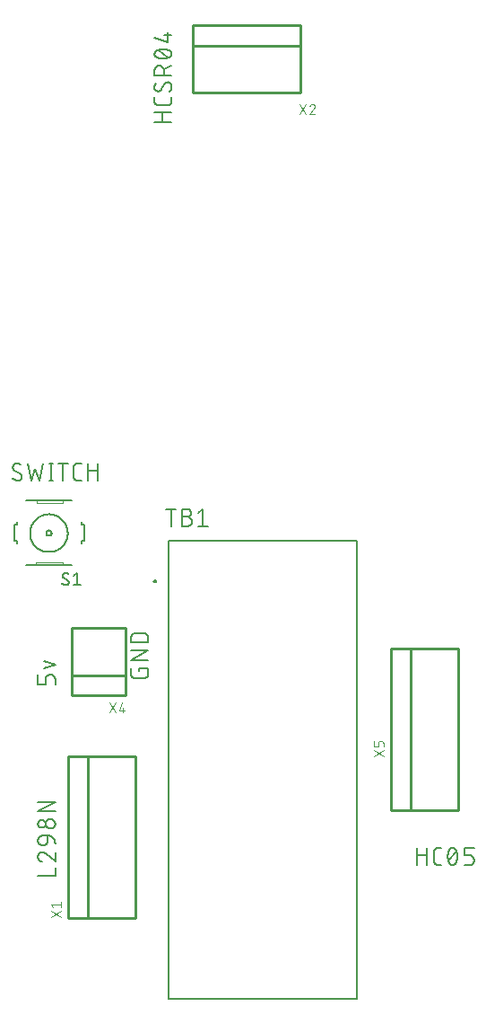
<source format=gbr>
G04 EAGLE Gerber RS-274X export*
G75*
%MOMM*%
%FSLAX34Y34*%
%LPD*%
%INSilkscreen Top*%
%IPPOS*%
%AMOC8*
5,1,8,0,0,1.08239X$1,22.5*%
G01*
%ADD10C,0.152400*%
%ADD11C,0.050800*%
%ADD12C,0.127000*%
%ADD13C,0.200000*%
%ADD14C,0.254000*%
%ADD15C,0.101600*%


D10*
X660762Y160762D02*
X660762Y177018D01*
X660762Y169793D02*
X669793Y169793D01*
X669793Y177018D02*
X669793Y160762D01*
X680487Y160762D02*
X684100Y160762D01*
X680487Y160762D02*
X680369Y160764D01*
X680251Y160770D01*
X680133Y160779D01*
X680016Y160793D01*
X679899Y160810D01*
X679782Y160831D01*
X679667Y160856D01*
X679552Y160885D01*
X679438Y160918D01*
X679326Y160954D01*
X679215Y160994D01*
X679105Y161037D01*
X678996Y161084D01*
X678889Y161134D01*
X678784Y161189D01*
X678681Y161246D01*
X678580Y161307D01*
X678480Y161371D01*
X678383Y161438D01*
X678288Y161508D01*
X678196Y161582D01*
X678105Y161658D01*
X678018Y161738D01*
X677933Y161820D01*
X677851Y161905D01*
X677771Y161992D01*
X677695Y162083D01*
X677621Y162175D01*
X677551Y162270D01*
X677484Y162367D01*
X677420Y162467D01*
X677359Y162568D01*
X677302Y162671D01*
X677247Y162776D01*
X677197Y162883D01*
X677150Y162992D01*
X677107Y163102D01*
X677067Y163213D01*
X677031Y163325D01*
X676998Y163439D01*
X676969Y163554D01*
X676944Y163669D01*
X676923Y163786D01*
X676906Y163903D01*
X676892Y164020D01*
X676883Y164138D01*
X676877Y164256D01*
X676875Y164374D01*
X676875Y173406D01*
X676877Y173524D01*
X676883Y173642D01*
X676892Y173760D01*
X676906Y173877D01*
X676923Y173994D01*
X676944Y174111D01*
X676969Y174226D01*
X676998Y174341D01*
X677031Y174455D01*
X677067Y174567D01*
X677107Y174678D01*
X677150Y174788D01*
X677197Y174897D01*
X677247Y175004D01*
X677301Y175109D01*
X677359Y175212D01*
X677420Y175313D01*
X677484Y175413D01*
X677551Y175510D01*
X677621Y175605D01*
X677695Y175697D01*
X677771Y175788D01*
X677851Y175875D01*
X677933Y175960D01*
X678018Y176042D01*
X678105Y176122D01*
X678196Y176198D01*
X678288Y176272D01*
X678383Y176342D01*
X678480Y176409D01*
X678580Y176473D01*
X678681Y176534D01*
X678784Y176591D01*
X678889Y176645D01*
X678996Y176696D01*
X679105Y176743D01*
X679215Y176786D01*
X679326Y176826D01*
X679438Y176862D01*
X679552Y176895D01*
X679667Y176924D01*
X679782Y176949D01*
X679899Y176970D01*
X680016Y176987D01*
X680133Y177001D01*
X680251Y177010D01*
X680369Y177016D01*
X680487Y177018D01*
X684100Y177018D01*
X691295Y174760D02*
X691158Y174471D01*
X691028Y174179D01*
X690905Y173883D01*
X690790Y173585D01*
X690681Y173284D01*
X690580Y172981D01*
X690486Y172675D01*
X690399Y172368D01*
X690320Y172058D01*
X690248Y171746D01*
X690184Y171433D01*
X690127Y171118D01*
X690077Y170802D01*
X690035Y170485D01*
X690001Y170167D01*
X689974Y169849D01*
X689955Y169529D01*
X689944Y169210D01*
X689940Y168890D01*
X691295Y174761D02*
X691334Y174869D01*
X691377Y174976D01*
X691423Y175081D01*
X691474Y175185D01*
X691527Y175287D01*
X691584Y175387D01*
X691645Y175485D01*
X691709Y175580D01*
X691776Y175674D01*
X691847Y175765D01*
X691920Y175854D01*
X691997Y175940D01*
X692076Y176023D01*
X692158Y176104D01*
X692243Y176182D01*
X692331Y176256D01*
X692421Y176328D01*
X692513Y176396D01*
X692608Y176462D01*
X692705Y176524D01*
X692804Y176582D01*
X692906Y176638D01*
X693008Y176689D01*
X693113Y176737D01*
X693219Y176782D01*
X693327Y176823D01*
X693436Y176860D01*
X693546Y176893D01*
X693658Y176922D01*
X693770Y176948D01*
X693883Y176970D01*
X693997Y176987D01*
X694111Y177001D01*
X694226Y177011D01*
X694341Y177017D01*
X694456Y177019D01*
X694456Y177018D02*
X694571Y177016D01*
X694686Y177010D01*
X694801Y177000D01*
X694915Y176986D01*
X695029Y176969D01*
X695142Y176947D01*
X695254Y176921D01*
X695366Y176892D01*
X695476Y176859D01*
X695585Y176822D01*
X695693Y176781D01*
X695799Y176736D01*
X695904Y176688D01*
X696006Y176637D01*
X696107Y176581D01*
X696207Y176523D01*
X696304Y176461D01*
X696398Y176396D01*
X696491Y176327D01*
X696581Y176255D01*
X696669Y176181D01*
X696754Y176103D01*
X696836Y176022D01*
X696915Y175939D01*
X696992Y175853D01*
X697065Y175764D01*
X697136Y175673D01*
X697203Y175579D01*
X697267Y175484D01*
X697328Y175386D01*
X697385Y175286D01*
X697438Y175184D01*
X697489Y175080D01*
X697535Y174975D01*
X697578Y174868D01*
X697617Y174760D01*
X697616Y174760D02*
X697753Y174471D01*
X697883Y174179D01*
X698006Y173883D01*
X698121Y173585D01*
X698230Y173284D01*
X698331Y172981D01*
X698425Y172675D01*
X698512Y172368D01*
X698591Y172058D01*
X698663Y171746D01*
X698727Y171433D01*
X698784Y171118D01*
X698834Y170802D01*
X698876Y170485D01*
X698910Y170167D01*
X698937Y169849D01*
X698956Y169529D01*
X698967Y169210D01*
X698971Y168890D01*
X689941Y168890D02*
X689945Y168570D01*
X689956Y168251D01*
X689975Y167931D01*
X690002Y167613D01*
X690036Y167295D01*
X690078Y166978D01*
X690128Y166662D01*
X690185Y166347D01*
X690249Y166034D01*
X690321Y165722D01*
X690400Y165412D01*
X690487Y165105D01*
X690581Y164799D01*
X690682Y164496D01*
X690791Y164195D01*
X690906Y163897D01*
X691029Y163601D01*
X691159Y163309D01*
X691296Y163020D01*
X691295Y163020D02*
X691334Y162912D01*
X691377Y162805D01*
X691423Y162700D01*
X691474Y162596D01*
X691527Y162494D01*
X691584Y162394D01*
X691645Y162296D01*
X691709Y162201D01*
X691776Y162107D01*
X691847Y162016D01*
X691920Y161927D01*
X691997Y161841D01*
X692076Y161758D01*
X692158Y161677D01*
X692243Y161599D01*
X692331Y161525D01*
X692421Y161453D01*
X692514Y161384D01*
X692608Y161319D01*
X692705Y161257D01*
X692805Y161199D01*
X692906Y161143D01*
X693008Y161092D01*
X693113Y161044D01*
X693219Y160999D01*
X693327Y160958D01*
X693436Y160921D01*
X693546Y160888D01*
X693658Y160859D01*
X693770Y160833D01*
X693883Y160811D01*
X693997Y160794D01*
X694111Y160780D01*
X694226Y160770D01*
X694341Y160764D01*
X694456Y160762D01*
X697616Y163020D02*
X697753Y163309D01*
X697883Y163601D01*
X698006Y163897D01*
X698121Y164195D01*
X698230Y164496D01*
X698331Y164799D01*
X698425Y165105D01*
X698512Y165412D01*
X698591Y165722D01*
X698663Y166034D01*
X698727Y166347D01*
X698784Y166662D01*
X698834Y166978D01*
X698876Y167295D01*
X698910Y167613D01*
X698937Y167931D01*
X698956Y168251D01*
X698967Y168570D01*
X698971Y168890D01*
X697617Y163020D02*
X697578Y162912D01*
X697535Y162805D01*
X697489Y162700D01*
X697438Y162596D01*
X697385Y162494D01*
X697328Y162394D01*
X697267Y162296D01*
X697203Y162201D01*
X697136Y162107D01*
X697065Y162016D01*
X696992Y161927D01*
X696915Y161841D01*
X696836Y161758D01*
X696754Y161677D01*
X696669Y161599D01*
X696581Y161525D01*
X696491Y161453D01*
X696398Y161384D01*
X696304Y161319D01*
X696207Y161257D01*
X696107Y161199D01*
X696006Y161143D01*
X695903Y161092D01*
X695799Y161044D01*
X695693Y160999D01*
X695585Y160958D01*
X695476Y160921D01*
X695366Y160888D01*
X695254Y160859D01*
X695142Y160833D01*
X695029Y160811D01*
X694915Y160794D01*
X694801Y160780D01*
X694686Y160770D01*
X694571Y160764D01*
X694456Y160762D01*
X690843Y164374D02*
X698068Y173406D01*
X705572Y160762D02*
X710990Y160762D01*
X711108Y160764D01*
X711226Y160770D01*
X711344Y160779D01*
X711461Y160793D01*
X711578Y160810D01*
X711695Y160831D01*
X711810Y160856D01*
X711925Y160885D01*
X712039Y160918D01*
X712151Y160954D01*
X712262Y160994D01*
X712372Y161037D01*
X712481Y161084D01*
X712588Y161134D01*
X712693Y161189D01*
X712796Y161246D01*
X712897Y161307D01*
X712997Y161371D01*
X713094Y161438D01*
X713189Y161508D01*
X713281Y161582D01*
X713372Y161658D01*
X713459Y161738D01*
X713544Y161820D01*
X713626Y161905D01*
X713706Y161992D01*
X713782Y162083D01*
X713856Y162175D01*
X713926Y162270D01*
X713993Y162367D01*
X714057Y162467D01*
X714118Y162568D01*
X714175Y162671D01*
X714230Y162776D01*
X714280Y162883D01*
X714327Y162992D01*
X714370Y163102D01*
X714410Y163213D01*
X714446Y163325D01*
X714479Y163439D01*
X714508Y163554D01*
X714533Y163669D01*
X714554Y163786D01*
X714571Y163903D01*
X714585Y164020D01*
X714594Y164138D01*
X714600Y164256D01*
X714602Y164374D01*
X714603Y164374D02*
X714603Y166181D01*
X714602Y166181D02*
X714600Y166299D01*
X714594Y166417D01*
X714585Y166535D01*
X714571Y166652D01*
X714554Y166769D01*
X714533Y166886D01*
X714508Y167001D01*
X714479Y167116D01*
X714446Y167230D01*
X714410Y167342D01*
X714370Y167453D01*
X714327Y167563D01*
X714280Y167672D01*
X714230Y167779D01*
X714175Y167884D01*
X714118Y167987D01*
X714057Y168088D01*
X713993Y168188D01*
X713926Y168285D01*
X713856Y168380D01*
X713782Y168472D01*
X713706Y168563D01*
X713626Y168650D01*
X713544Y168735D01*
X713459Y168817D01*
X713372Y168897D01*
X713281Y168973D01*
X713189Y169047D01*
X713094Y169117D01*
X712997Y169184D01*
X712897Y169248D01*
X712796Y169309D01*
X712693Y169366D01*
X712588Y169421D01*
X712481Y169471D01*
X712372Y169518D01*
X712262Y169561D01*
X712151Y169601D01*
X712039Y169637D01*
X711925Y169670D01*
X711810Y169699D01*
X711695Y169724D01*
X711578Y169745D01*
X711461Y169762D01*
X711344Y169776D01*
X711226Y169785D01*
X711108Y169791D01*
X710990Y169793D01*
X705572Y169793D01*
X705572Y177018D01*
X714603Y177018D01*
X319238Y150762D02*
X302982Y150762D01*
X319238Y150762D02*
X319238Y157987D01*
X307046Y172789D02*
X306921Y172787D01*
X306796Y172781D01*
X306671Y172772D01*
X306547Y172758D01*
X306423Y172741D01*
X306299Y172720D01*
X306177Y172695D01*
X306055Y172666D01*
X305934Y172634D01*
X305814Y172598D01*
X305695Y172558D01*
X305578Y172515D01*
X305462Y172468D01*
X305347Y172417D01*
X305235Y172363D01*
X305123Y172305D01*
X305014Y172245D01*
X304907Y172180D01*
X304801Y172113D01*
X304698Y172042D01*
X304597Y171968D01*
X304498Y171891D01*
X304402Y171811D01*
X304308Y171728D01*
X304217Y171643D01*
X304128Y171554D01*
X304043Y171463D01*
X303960Y171369D01*
X303880Y171273D01*
X303803Y171174D01*
X303729Y171073D01*
X303658Y170970D01*
X303591Y170864D01*
X303526Y170757D01*
X303466Y170648D01*
X303408Y170536D01*
X303354Y170424D01*
X303303Y170309D01*
X303256Y170193D01*
X303213Y170076D01*
X303173Y169957D01*
X303137Y169837D01*
X303105Y169716D01*
X303076Y169594D01*
X303051Y169472D01*
X303030Y169348D01*
X303013Y169224D01*
X302999Y169100D01*
X302990Y168975D01*
X302984Y168850D01*
X302982Y168725D01*
X302984Y168582D01*
X302990Y168440D01*
X303000Y168297D01*
X303013Y168155D01*
X303031Y168014D01*
X303052Y167872D01*
X303077Y167732D01*
X303106Y167592D01*
X303139Y167453D01*
X303176Y167315D01*
X303216Y167178D01*
X303260Y167043D01*
X303308Y166908D01*
X303360Y166775D01*
X303415Y166643D01*
X303474Y166513D01*
X303536Y166385D01*
X303602Y166258D01*
X303671Y166133D01*
X303743Y166010D01*
X303819Y165889D01*
X303898Y165771D01*
X303981Y165654D01*
X304066Y165540D01*
X304155Y165428D01*
X304246Y165319D01*
X304341Y165212D01*
X304438Y165107D01*
X304539Y165006D01*
X304642Y164907D01*
X304747Y164811D01*
X304856Y164718D01*
X304967Y164628D01*
X305080Y164541D01*
X305195Y164457D01*
X305313Y164377D01*
X305433Y164299D01*
X305555Y164225D01*
X305679Y164155D01*
X305805Y164087D01*
X305933Y164024D01*
X306062Y163963D01*
X306193Y163906D01*
X306325Y163853D01*
X306459Y163804D01*
X306594Y163758D01*
X310207Y171434D02*
X310115Y171528D01*
X310021Y171618D01*
X309924Y171706D01*
X309824Y171791D01*
X309722Y171873D01*
X309617Y171951D01*
X309510Y172027D01*
X309401Y172099D01*
X309290Y172168D01*
X309176Y172234D01*
X309061Y172296D01*
X308944Y172355D01*
X308825Y172410D01*
X308705Y172461D01*
X308583Y172509D01*
X308460Y172554D01*
X308336Y172594D01*
X308210Y172631D01*
X308083Y172664D01*
X307956Y172693D01*
X307827Y172719D01*
X307698Y172740D01*
X307568Y172758D01*
X307438Y172771D01*
X307308Y172781D01*
X307177Y172787D01*
X307046Y172789D01*
X310207Y171435D02*
X319238Y163758D01*
X319238Y172789D01*
X312013Y183002D02*
X312013Y188421D01*
X312013Y183002D02*
X312011Y182884D01*
X312005Y182766D01*
X311996Y182648D01*
X311982Y182531D01*
X311965Y182414D01*
X311944Y182297D01*
X311919Y182182D01*
X311890Y182067D01*
X311857Y181953D01*
X311821Y181841D01*
X311781Y181730D01*
X311738Y181620D01*
X311691Y181511D01*
X311641Y181404D01*
X311586Y181299D01*
X311529Y181196D01*
X311468Y181095D01*
X311404Y180995D01*
X311337Y180898D01*
X311267Y180803D01*
X311193Y180711D01*
X311117Y180620D01*
X311037Y180533D01*
X310955Y180448D01*
X310870Y180366D01*
X310783Y180286D01*
X310692Y180210D01*
X310600Y180136D01*
X310505Y180066D01*
X310408Y179999D01*
X310308Y179935D01*
X310207Y179874D01*
X310104Y179817D01*
X309999Y179762D01*
X309892Y179712D01*
X309783Y179665D01*
X309673Y179622D01*
X309562Y179582D01*
X309450Y179546D01*
X309336Y179513D01*
X309221Y179484D01*
X309106Y179459D01*
X308989Y179438D01*
X308872Y179421D01*
X308755Y179407D01*
X308637Y179398D01*
X308519Y179392D01*
X308401Y179390D01*
X308401Y179389D02*
X307498Y179389D01*
X307365Y179391D01*
X307233Y179397D01*
X307101Y179407D01*
X306969Y179420D01*
X306837Y179438D01*
X306707Y179459D01*
X306576Y179484D01*
X306447Y179513D01*
X306319Y179546D01*
X306191Y179582D01*
X306065Y179622D01*
X305940Y179666D01*
X305816Y179714D01*
X305694Y179765D01*
X305573Y179820D01*
X305454Y179878D01*
X305336Y179940D01*
X305221Y180005D01*
X305107Y180074D01*
X304996Y180145D01*
X304887Y180221D01*
X304780Y180299D01*
X304675Y180380D01*
X304573Y180465D01*
X304473Y180552D01*
X304376Y180642D01*
X304281Y180735D01*
X304190Y180831D01*
X304101Y180929D01*
X304015Y181030D01*
X303932Y181134D01*
X303852Y181240D01*
X303776Y181348D01*
X303702Y181458D01*
X303632Y181571D01*
X303565Y181685D01*
X303502Y181802D01*
X303442Y181920D01*
X303385Y182040D01*
X303332Y182162D01*
X303283Y182285D01*
X303237Y182409D01*
X303195Y182535D01*
X303157Y182662D01*
X303122Y182790D01*
X303091Y182919D01*
X303064Y183048D01*
X303041Y183179D01*
X303021Y183310D01*
X303006Y183442D01*
X302994Y183574D01*
X302986Y183706D01*
X302982Y183839D01*
X302982Y183971D01*
X302986Y184104D01*
X302994Y184236D01*
X303006Y184368D01*
X303021Y184500D01*
X303041Y184631D01*
X303064Y184762D01*
X303091Y184891D01*
X303122Y185020D01*
X303157Y185148D01*
X303195Y185275D01*
X303237Y185401D01*
X303283Y185525D01*
X303332Y185648D01*
X303385Y185770D01*
X303442Y185890D01*
X303502Y186008D01*
X303565Y186125D01*
X303632Y186239D01*
X303702Y186352D01*
X303776Y186462D01*
X303852Y186570D01*
X303932Y186676D01*
X304015Y186780D01*
X304101Y186881D01*
X304190Y186979D01*
X304281Y187075D01*
X304376Y187168D01*
X304473Y187258D01*
X304573Y187345D01*
X304675Y187430D01*
X304780Y187511D01*
X304887Y187589D01*
X304996Y187665D01*
X305107Y187736D01*
X305221Y187805D01*
X305336Y187870D01*
X305454Y187932D01*
X305573Y187990D01*
X305694Y188045D01*
X305816Y188096D01*
X305940Y188144D01*
X306065Y188188D01*
X306191Y188228D01*
X306319Y188264D01*
X306447Y188297D01*
X306576Y188326D01*
X306707Y188351D01*
X306837Y188372D01*
X306969Y188390D01*
X307101Y188403D01*
X307233Y188413D01*
X307365Y188419D01*
X307498Y188421D01*
X312013Y188421D01*
X312188Y188419D01*
X312362Y188413D01*
X312536Y188402D01*
X312710Y188387D01*
X312884Y188368D01*
X313057Y188345D01*
X313229Y188318D01*
X313401Y188286D01*
X313572Y188251D01*
X313742Y188211D01*
X313911Y188167D01*
X314079Y188119D01*
X314246Y188067D01*
X314411Y188011D01*
X314575Y187951D01*
X314738Y187888D01*
X314898Y187820D01*
X315058Y187748D01*
X315215Y187673D01*
X315371Y187593D01*
X315524Y187510D01*
X315676Y187424D01*
X315825Y187333D01*
X315972Y187239D01*
X316117Y187142D01*
X316260Y187041D01*
X316400Y186937D01*
X316537Y186829D01*
X316672Y186718D01*
X316804Y186604D01*
X316933Y186487D01*
X317060Y186366D01*
X317183Y186243D01*
X317304Y186116D01*
X317421Y185987D01*
X317535Y185855D01*
X317646Y185720D01*
X317754Y185583D01*
X317858Y185443D01*
X317959Y185300D01*
X318056Y185155D01*
X318150Y185008D01*
X318241Y184859D01*
X318327Y184707D01*
X318410Y184554D01*
X318490Y184398D01*
X318565Y184241D01*
X318637Y184081D01*
X318705Y183921D01*
X318768Y183758D01*
X318828Y183594D01*
X318884Y183429D01*
X318936Y183262D01*
X318984Y183094D01*
X319028Y182925D01*
X319068Y182755D01*
X319103Y182584D01*
X319135Y182412D01*
X319162Y182240D01*
X319185Y182067D01*
X319204Y181893D01*
X319219Y181719D01*
X319230Y181545D01*
X319236Y181371D01*
X319238Y181196D01*
X314722Y195020D02*
X314589Y195022D01*
X314457Y195028D01*
X314325Y195038D01*
X314193Y195051D01*
X314061Y195069D01*
X313931Y195090D01*
X313800Y195115D01*
X313671Y195144D01*
X313543Y195177D01*
X313415Y195213D01*
X313289Y195253D01*
X313164Y195297D01*
X313040Y195345D01*
X312918Y195396D01*
X312797Y195451D01*
X312678Y195509D01*
X312560Y195571D01*
X312445Y195636D01*
X312331Y195705D01*
X312220Y195776D01*
X312111Y195852D01*
X312004Y195930D01*
X311899Y196011D01*
X311797Y196096D01*
X311697Y196183D01*
X311600Y196273D01*
X311505Y196366D01*
X311414Y196462D01*
X311325Y196560D01*
X311239Y196661D01*
X311156Y196765D01*
X311076Y196871D01*
X311000Y196979D01*
X310926Y197089D01*
X310856Y197202D01*
X310789Y197316D01*
X310726Y197433D01*
X310666Y197551D01*
X310609Y197671D01*
X310556Y197793D01*
X310507Y197916D01*
X310461Y198040D01*
X310419Y198166D01*
X310381Y198293D01*
X310346Y198421D01*
X310315Y198550D01*
X310288Y198679D01*
X310265Y198810D01*
X310245Y198941D01*
X310230Y199073D01*
X310218Y199205D01*
X310210Y199337D01*
X310206Y199470D01*
X310206Y199602D01*
X310210Y199735D01*
X310218Y199867D01*
X310230Y199999D01*
X310245Y200131D01*
X310265Y200262D01*
X310288Y200393D01*
X310315Y200522D01*
X310346Y200651D01*
X310381Y200779D01*
X310419Y200906D01*
X310461Y201032D01*
X310507Y201156D01*
X310556Y201279D01*
X310609Y201401D01*
X310666Y201521D01*
X310726Y201639D01*
X310789Y201756D01*
X310856Y201870D01*
X310926Y201983D01*
X311000Y202093D01*
X311076Y202201D01*
X311156Y202307D01*
X311239Y202411D01*
X311325Y202512D01*
X311414Y202610D01*
X311505Y202706D01*
X311600Y202799D01*
X311697Y202889D01*
X311797Y202976D01*
X311899Y203061D01*
X312004Y203142D01*
X312111Y203220D01*
X312220Y203296D01*
X312331Y203367D01*
X312445Y203436D01*
X312560Y203501D01*
X312678Y203563D01*
X312797Y203621D01*
X312918Y203676D01*
X313040Y203727D01*
X313164Y203775D01*
X313289Y203819D01*
X313415Y203859D01*
X313543Y203895D01*
X313671Y203928D01*
X313800Y203957D01*
X313931Y203982D01*
X314061Y204003D01*
X314193Y204021D01*
X314325Y204034D01*
X314457Y204044D01*
X314589Y204050D01*
X314722Y204052D01*
X314855Y204050D01*
X314987Y204044D01*
X315119Y204034D01*
X315251Y204021D01*
X315383Y204003D01*
X315513Y203982D01*
X315644Y203957D01*
X315773Y203928D01*
X315901Y203895D01*
X316029Y203859D01*
X316155Y203819D01*
X316280Y203775D01*
X316404Y203727D01*
X316526Y203676D01*
X316647Y203621D01*
X316766Y203563D01*
X316884Y203501D01*
X316999Y203436D01*
X317113Y203367D01*
X317224Y203296D01*
X317333Y203220D01*
X317440Y203142D01*
X317545Y203061D01*
X317647Y202976D01*
X317747Y202889D01*
X317844Y202799D01*
X317939Y202706D01*
X318030Y202610D01*
X318119Y202512D01*
X318205Y202411D01*
X318288Y202307D01*
X318368Y202201D01*
X318444Y202093D01*
X318518Y201983D01*
X318588Y201870D01*
X318655Y201756D01*
X318718Y201639D01*
X318778Y201521D01*
X318835Y201401D01*
X318888Y201279D01*
X318937Y201156D01*
X318983Y201032D01*
X319025Y200906D01*
X319063Y200779D01*
X319098Y200651D01*
X319129Y200522D01*
X319156Y200393D01*
X319179Y200262D01*
X319199Y200131D01*
X319214Y199999D01*
X319226Y199867D01*
X319234Y199735D01*
X319238Y199602D01*
X319238Y199470D01*
X319234Y199337D01*
X319226Y199205D01*
X319214Y199073D01*
X319199Y198941D01*
X319179Y198810D01*
X319156Y198679D01*
X319129Y198550D01*
X319098Y198421D01*
X319063Y198293D01*
X319025Y198166D01*
X318983Y198040D01*
X318937Y197916D01*
X318888Y197793D01*
X318835Y197671D01*
X318778Y197551D01*
X318718Y197433D01*
X318655Y197316D01*
X318588Y197202D01*
X318518Y197089D01*
X318444Y196979D01*
X318368Y196871D01*
X318288Y196765D01*
X318205Y196661D01*
X318119Y196560D01*
X318030Y196462D01*
X317939Y196366D01*
X317844Y196273D01*
X317747Y196183D01*
X317647Y196096D01*
X317545Y196011D01*
X317440Y195930D01*
X317333Y195852D01*
X317224Y195776D01*
X317113Y195705D01*
X316999Y195636D01*
X316884Y195571D01*
X316766Y195509D01*
X316647Y195451D01*
X316526Y195396D01*
X316404Y195345D01*
X316280Y195297D01*
X316155Y195253D01*
X316029Y195213D01*
X315901Y195177D01*
X315773Y195144D01*
X315644Y195115D01*
X315513Y195090D01*
X315383Y195069D01*
X315251Y195051D01*
X315119Y195038D01*
X314987Y195028D01*
X314855Y195022D01*
X314722Y195020D01*
X306594Y195924D02*
X306475Y195926D01*
X306355Y195932D01*
X306236Y195942D01*
X306118Y195956D01*
X305999Y195973D01*
X305882Y195995D01*
X305765Y196020D01*
X305650Y196050D01*
X305535Y196083D01*
X305421Y196120D01*
X305309Y196160D01*
X305198Y196205D01*
X305089Y196253D01*
X304981Y196304D01*
X304875Y196359D01*
X304771Y196418D01*
X304669Y196480D01*
X304569Y196545D01*
X304471Y196614D01*
X304375Y196686D01*
X304282Y196761D01*
X304192Y196838D01*
X304104Y196919D01*
X304019Y197003D01*
X303937Y197090D01*
X303857Y197179D01*
X303781Y197271D01*
X303707Y197365D01*
X303637Y197462D01*
X303570Y197560D01*
X303506Y197661D01*
X303446Y197765D01*
X303389Y197870D01*
X303336Y197977D01*
X303286Y198085D01*
X303240Y198195D01*
X303198Y198307D01*
X303159Y198420D01*
X303124Y198534D01*
X303093Y198649D01*
X303065Y198766D01*
X303042Y198883D01*
X303022Y199000D01*
X303006Y199119D01*
X302994Y199238D01*
X302986Y199357D01*
X302982Y199476D01*
X302982Y199596D01*
X302986Y199715D01*
X302994Y199834D01*
X303006Y199953D01*
X303022Y200072D01*
X303042Y200189D01*
X303065Y200306D01*
X303093Y200423D01*
X303124Y200538D01*
X303159Y200652D01*
X303198Y200765D01*
X303240Y200877D01*
X303286Y200987D01*
X303336Y201095D01*
X303389Y201202D01*
X303446Y201307D01*
X303506Y201411D01*
X303570Y201512D01*
X303637Y201610D01*
X303707Y201707D01*
X303781Y201801D01*
X303857Y201893D01*
X303937Y201982D01*
X304019Y202069D01*
X304104Y202153D01*
X304192Y202234D01*
X304282Y202311D01*
X304375Y202386D01*
X304471Y202458D01*
X304569Y202527D01*
X304669Y202592D01*
X304771Y202654D01*
X304875Y202713D01*
X304981Y202768D01*
X305089Y202819D01*
X305198Y202867D01*
X305309Y202912D01*
X305421Y202952D01*
X305535Y202989D01*
X305650Y203022D01*
X305765Y203052D01*
X305882Y203077D01*
X305999Y203099D01*
X306118Y203116D01*
X306236Y203130D01*
X306355Y203140D01*
X306475Y203146D01*
X306594Y203148D01*
X306713Y203146D01*
X306833Y203140D01*
X306952Y203130D01*
X307070Y203116D01*
X307189Y203099D01*
X307306Y203077D01*
X307423Y203052D01*
X307538Y203022D01*
X307653Y202989D01*
X307767Y202952D01*
X307879Y202912D01*
X307990Y202867D01*
X308099Y202819D01*
X308207Y202768D01*
X308313Y202713D01*
X308417Y202654D01*
X308519Y202592D01*
X308619Y202527D01*
X308717Y202458D01*
X308813Y202386D01*
X308906Y202311D01*
X308996Y202234D01*
X309084Y202153D01*
X309169Y202069D01*
X309251Y201982D01*
X309331Y201893D01*
X309407Y201801D01*
X309481Y201707D01*
X309551Y201610D01*
X309618Y201512D01*
X309682Y201411D01*
X309742Y201307D01*
X309799Y201202D01*
X309852Y201095D01*
X309902Y200987D01*
X309948Y200877D01*
X309990Y200765D01*
X310029Y200652D01*
X310064Y200538D01*
X310095Y200423D01*
X310123Y200306D01*
X310146Y200189D01*
X310166Y200072D01*
X310182Y199953D01*
X310194Y199834D01*
X310202Y199715D01*
X310206Y199596D01*
X310206Y199476D01*
X310202Y199357D01*
X310194Y199238D01*
X310182Y199119D01*
X310166Y199000D01*
X310146Y198883D01*
X310123Y198766D01*
X310095Y198649D01*
X310064Y198534D01*
X310029Y198420D01*
X309990Y198307D01*
X309948Y198195D01*
X309902Y198085D01*
X309852Y197977D01*
X309799Y197870D01*
X309742Y197765D01*
X309682Y197661D01*
X309618Y197560D01*
X309551Y197462D01*
X309481Y197365D01*
X309407Y197271D01*
X309331Y197179D01*
X309251Y197090D01*
X309169Y197003D01*
X309084Y196919D01*
X308996Y196838D01*
X308906Y196761D01*
X308813Y196686D01*
X308717Y196614D01*
X308619Y196545D01*
X308519Y196480D01*
X308417Y196418D01*
X308313Y196359D01*
X308207Y196304D01*
X308099Y196253D01*
X307990Y196205D01*
X307879Y196160D01*
X307767Y196120D01*
X307653Y196083D01*
X307538Y196050D01*
X307423Y196020D01*
X307306Y195995D01*
X307189Y195973D01*
X307070Y195956D01*
X306952Y195942D01*
X306833Y195932D01*
X306713Y195926D01*
X306594Y195924D01*
X302982Y211173D02*
X319238Y211173D01*
X319238Y220204D02*
X302982Y211173D01*
X302982Y220204D02*
X319238Y220204D01*
X319238Y330762D02*
X319238Y336181D01*
X319236Y336299D01*
X319230Y336417D01*
X319221Y336535D01*
X319207Y336652D01*
X319190Y336769D01*
X319169Y336886D01*
X319144Y337001D01*
X319115Y337116D01*
X319082Y337230D01*
X319046Y337342D01*
X319006Y337453D01*
X318963Y337563D01*
X318916Y337672D01*
X318866Y337779D01*
X318811Y337884D01*
X318754Y337987D01*
X318693Y338088D01*
X318629Y338188D01*
X318562Y338285D01*
X318492Y338380D01*
X318418Y338472D01*
X318342Y338563D01*
X318262Y338650D01*
X318180Y338735D01*
X318095Y338817D01*
X318008Y338897D01*
X317917Y338973D01*
X317825Y339047D01*
X317730Y339117D01*
X317633Y339184D01*
X317533Y339248D01*
X317432Y339309D01*
X317329Y339366D01*
X317224Y339421D01*
X317117Y339471D01*
X317008Y339518D01*
X316898Y339561D01*
X316787Y339601D01*
X316675Y339637D01*
X316561Y339670D01*
X316446Y339699D01*
X316331Y339724D01*
X316214Y339745D01*
X316097Y339762D01*
X315980Y339776D01*
X315862Y339785D01*
X315744Y339791D01*
X315626Y339793D01*
X313819Y339793D01*
X313701Y339791D01*
X313583Y339785D01*
X313465Y339776D01*
X313348Y339762D01*
X313231Y339745D01*
X313114Y339724D01*
X312999Y339699D01*
X312884Y339670D01*
X312770Y339637D01*
X312658Y339601D01*
X312547Y339561D01*
X312437Y339518D01*
X312328Y339471D01*
X312221Y339421D01*
X312116Y339366D01*
X312013Y339309D01*
X311912Y339248D01*
X311812Y339184D01*
X311715Y339117D01*
X311620Y339047D01*
X311528Y338973D01*
X311437Y338897D01*
X311350Y338817D01*
X311265Y338735D01*
X311183Y338650D01*
X311103Y338563D01*
X311027Y338472D01*
X310953Y338380D01*
X310883Y338285D01*
X310816Y338188D01*
X310752Y338088D01*
X310691Y337987D01*
X310634Y337884D01*
X310579Y337779D01*
X310529Y337672D01*
X310482Y337563D01*
X310439Y337453D01*
X310399Y337342D01*
X310363Y337230D01*
X310330Y337116D01*
X310301Y337001D01*
X310276Y336886D01*
X310255Y336769D01*
X310238Y336652D01*
X310224Y336535D01*
X310215Y336417D01*
X310209Y336299D01*
X310207Y336181D01*
X310207Y330762D01*
X302982Y330762D01*
X302982Y339793D01*
X308401Y345733D02*
X319238Y349346D01*
X308401Y352958D01*
X397987Y345891D02*
X397987Y343182D01*
X397987Y345891D02*
X407018Y345891D01*
X407018Y340473D01*
X407016Y340355D01*
X407010Y340237D01*
X407001Y340119D01*
X406987Y340002D01*
X406970Y339885D01*
X406949Y339768D01*
X406924Y339653D01*
X406895Y339538D01*
X406862Y339424D01*
X406826Y339312D01*
X406786Y339201D01*
X406743Y339091D01*
X406696Y338982D01*
X406646Y338875D01*
X406591Y338770D01*
X406534Y338667D01*
X406473Y338566D01*
X406409Y338466D01*
X406342Y338369D01*
X406272Y338274D01*
X406198Y338182D01*
X406122Y338091D01*
X406042Y338004D01*
X405960Y337919D01*
X405875Y337837D01*
X405788Y337757D01*
X405697Y337681D01*
X405605Y337607D01*
X405510Y337537D01*
X405413Y337470D01*
X405313Y337406D01*
X405212Y337345D01*
X405109Y337288D01*
X405004Y337233D01*
X404897Y337183D01*
X404788Y337136D01*
X404678Y337093D01*
X404567Y337053D01*
X404455Y337017D01*
X404341Y336984D01*
X404226Y336955D01*
X404111Y336930D01*
X403994Y336909D01*
X403877Y336892D01*
X403760Y336878D01*
X403642Y336869D01*
X403524Y336863D01*
X403406Y336861D01*
X403406Y336860D02*
X394374Y336860D01*
X394256Y336862D01*
X394138Y336868D01*
X394020Y336877D01*
X393902Y336891D01*
X393785Y336908D01*
X393669Y336929D01*
X393554Y336954D01*
X393439Y336983D01*
X393325Y337016D01*
X393213Y337052D01*
X393101Y337092D01*
X392991Y337135D01*
X392883Y337182D01*
X392776Y337233D01*
X392671Y337287D01*
X392568Y337344D01*
X392466Y337405D01*
X392367Y337469D01*
X392270Y337536D01*
X392175Y337607D01*
X392082Y337680D01*
X391992Y337757D01*
X391904Y337836D01*
X391819Y337918D01*
X391737Y338003D01*
X391658Y338091D01*
X391581Y338181D01*
X391508Y338274D01*
X391437Y338368D01*
X391370Y338466D01*
X391306Y338565D01*
X391245Y338666D01*
X391188Y338770D01*
X391134Y338875D01*
X391083Y338982D01*
X391036Y339090D01*
X390993Y339200D01*
X390953Y339312D01*
X390917Y339424D01*
X390884Y339538D01*
X390855Y339653D01*
X390830Y339768D01*
X390809Y339884D01*
X390792Y340001D01*
X390778Y340119D01*
X390769Y340237D01*
X390763Y340355D01*
X390761Y340473D01*
X390762Y340473D02*
X390762Y345891D01*
X390762Y353534D02*
X407018Y353534D01*
X407018Y362565D02*
X390762Y353534D01*
X390762Y362565D02*
X407018Y362565D01*
X407018Y370207D02*
X390762Y370207D01*
X390762Y374722D01*
X390764Y374853D01*
X390770Y374985D01*
X390779Y375116D01*
X390793Y375246D01*
X390810Y375377D01*
X390831Y375506D01*
X390855Y375635D01*
X390884Y375763D01*
X390916Y375891D01*
X390952Y376017D01*
X390991Y376142D01*
X391034Y376267D01*
X391081Y376389D01*
X391131Y376511D01*
X391185Y376631D01*
X391242Y376749D01*
X391303Y376865D01*
X391367Y376980D01*
X391434Y377093D01*
X391505Y377204D01*
X391579Y377312D01*
X391656Y377419D01*
X391736Y377523D01*
X391819Y377625D01*
X391904Y377724D01*
X391993Y377821D01*
X392085Y377915D01*
X392179Y378007D01*
X392276Y378096D01*
X392375Y378181D01*
X392477Y378264D01*
X392581Y378344D01*
X392688Y378421D01*
X392796Y378495D01*
X392907Y378566D01*
X393020Y378633D01*
X393135Y378697D01*
X393251Y378758D01*
X393369Y378815D01*
X393489Y378869D01*
X393611Y378919D01*
X393733Y378966D01*
X393858Y379009D01*
X393983Y379048D01*
X394109Y379084D01*
X394237Y379116D01*
X394365Y379145D01*
X394494Y379169D01*
X394623Y379190D01*
X394754Y379207D01*
X394884Y379221D01*
X395015Y379230D01*
X395147Y379236D01*
X395278Y379238D01*
X402502Y379238D01*
X402633Y379236D01*
X402765Y379230D01*
X402896Y379221D01*
X403026Y379207D01*
X403157Y379190D01*
X403286Y379169D01*
X403415Y379145D01*
X403543Y379116D01*
X403671Y379084D01*
X403797Y379048D01*
X403922Y379009D01*
X404047Y378966D01*
X404169Y378919D01*
X404291Y378869D01*
X404411Y378815D01*
X404529Y378758D01*
X404645Y378697D01*
X404760Y378633D01*
X404873Y378566D01*
X404984Y378495D01*
X405092Y378421D01*
X405199Y378344D01*
X405303Y378264D01*
X405405Y378181D01*
X405504Y378096D01*
X405601Y378007D01*
X405695Y377915D01*
X405787Y377821D01*
X405876Y377724D01*
X405961Y377625D01*
X406044Y377523D01*
X406124Y377419D01*
X406201Y377312D01*
X406275Y377204D01*
X406346Y377093D01*
X406413Y376980D01*
X406477Y376865D01*
X406538Y376749D01*
X406595Y376631D01*
X406649Y376511D01*
X406699Y376389D01*
X406746Y376267D01*
X406789Y376142D01*
X406828Y376017D01*
X406864Y375891D01*
X406896Y375763D01*
X406925Y375635D01*
X406949Y375506D01*
X406970Y375376D01*
X406987Y375246D01*
X407001Y375116D01*
X407010Y374985D01*
X407016Y374853D01*
X407018Y374722D01*
X407018Y370207D01*
X284243Y522982D02*
X284361Y522984D01*
X284479Y522990D01*
X284597Y522999D01*
X284714Y523013D01*
X284831Y523030D01*
X284948Y523051D01*
X285063Y523076D01*
X285178Y523105D01*
X285292Y523138D01*
X285404Y523174D01*
X285515Y523214D01*
X285625Y523257D01*
X285734Y523304D01*
X285841Y523354D01*
X285946Y523409D01*
X286049Y523466D01*
X286150Y523527D01*
X286250Y523591D01*
X286347Y523658D01*
X286442Y523728D01*
X286534Y523802D01*
X286625Y523878D01*
X286712Y523958D01*
X286797Y524040D01*
X286879Y524125D01*
X286959Y524212D01*
X287035Y524303D01*
X287109Y524395D01*
X287179Y524490D01*
X287246Y524587D01*
X287310Y524687D01*
X287371Y524788D01*
X287428Y524891D01*
X287483Y524996D01*
X287533Y525103D01*
X287580Y525212D01*
X287623Y525322D01*
X287663Y525433D01*
X287699Y525545D01*
X287732Y525659D01*
X287761Y525774D01*
X287786Y525889D01*
X287807Y526006D01*
X287824Y526123D01*
X287838Y526240D01*
X287847Y526358D01*
X287853Y526476D01*
X287855Y526594D01*
X284243Y522982D02*
X284060Y522984D01*
X283878Y522991D01*
X283696Y523002D01*
X283514Y523017D01*
X283332Y523037D01*
X283151Y523060D01*
X282971Y523089D01*
X282791Y523121D01*
X282612Y523158D01*
X282435Y523199D01*
X282258Y523245D01*
X282082Y523294D01*
X281908Y523348D01*
X281734Y523406D01*
X281563Y523468D01*
X281393Y523534D01*
X281224Y523605D01*
X281057Y523679D01*
X280892Y523757D01*
X280729Y523839D01*
X280568Y523925D01*
X280409Y524015D01*
X280252Y524109D01*
X280098Y524206D01*
X279946Y524307D01*
X279796Y524412D01*
X279649Y524520D01*
X279505Y524631D01*
X279363Y524746D01*
X279224Y524865D01*
X279088Y524987D01*
X278955Y525112D01*
X278825Y525240D01*
X279276Y535626D02*
X279278Y535744D01*
X279284Y535862D01*
X279293Y535980D01*
X279307Y536097D01*
X279324Y536214D01*
X279345Y536331D01*
X279370Y536446D01*
X279399Y536561D01*
X279432Y536675D01*
X279468Y536787D01*
X279508Y536898D01*
X279551Y537008D01*
X279598Y537117D01*
X279648Y537224D01*
X279703Y537329D01*
X279760Y537432D01*
X279821Y537533D01*
X279885Y537633D01*
X279952Y537730D01*
X280022Y537825D01*
X280096Y537917D01*
X280172Y538008D01*
X280252Y538095D01*
X280334Y538180D01*
X280419Y538262D01*
X280506Y538342D01*
X280597Y538418D01*
X280689Y538492D01*
X280784Y538562D01*
X280881Y538629D01*
X280981Y538693D01*
X281082Y538754D01*
X281185Y538812D01*
X281290Y538866D01*
X281397Y538916D01*
X281506Y538963D01*
X281616Y539007D01*
X281727Y539046D01*
X281840Y539082D01*
X281953Y539115D01*
X282068Y539144D01*
X282183Y539169D01*
X282300Y539190D01*
X282417Y539207D01*
X282534Y539221D01*
X282652Y539230D01*
X282770Y539236D01*
X282888Y539238D01*
X283049Y539236D01*
X283211Y539230D01*
X283372Y539221D01*
X283533Y539207D01*
X283693Y539190D01*
X283853Y539169D01*
X284013Y539144D01*
X284172Y539115D01*
X284330Y539083D01*
X284487Y539047D01*
X284643Y539007D01*
X284799Y538963D01*
X284953Y538915D01*
X285106Y538864D01*
X285258Y538810D01*
X285409Y538751D01*
X285558Y538690D01*
X285705Y538624D01*
X285851Y538555D01*
X285996Y538483D01*
X286138Y538407D01*
X286279Y538328D01*
X286418Y538246D01*
X286554Y538160D01*
X286689Y538071D01*
X286822Y537979D01*
X286952Y537883D01*
X281082Y532465D02*
X280981Y532527D01*
X280881Y532592D01*
X280784Y532661D01*
X280689Y532733D01*
X280596Y532807D01*
X280506Y532885D01*
X280418Y532966D01*
X280333Y533049D01*
X280251Y533135D01*
X280172Y533224D01*
X280095Y533315D01*
X280022Y533409D01*
X279951Y533505D01*
X279884Y533603D01*
X279820Y533703D01*
X279759Y533806D01*
X279702Y533910D01*
X279648Y534016D01*
X279598Y534124D01*
X279551Y534233D01*
X279507Y534344D01*
X279467Y534456D01*
X279431Y534570D01*
X279399Y534684D01*
X279370Y534800D01*
X279345Y534916D01*
X279324Y535033D01*
X279307Y535151D01*
X279293Y535269D01*
X279284Y535388D01*
X279278Y535507D01*
X279276Y535626D01*
X286050Y529755D02*
X286151Y529693D01*
X286251Y529628D01*
X286348Y529559D01*
X286443Y529487D01*
X286536Y529413D01*
X286626Y529335D01*
X286714Y529254D01*
X286799Y529171D01*
X286881Y529085D01*
X286960Y528996D01*
X287037Y528905D01*
X287110Y528811D01*
X287181Y528715D01*
X287248Y528617D01*
X287312Y528517D01*
X287373Y528414D01*
X287430Y528310D01*
X287484Y528204D01*
X287534Y528096D01*
X287581Y527987D01*
X287625Y527876D01*
X287665Y527764D01*
X287701Y527650D01*
X287733Y527536D01*
X287762Y527420D01*
X287787Y527304D01*
X287808Y527187D01*
X287825Y527069D01*
X287839Y526951D01*
X287848Y526832D01*
X287854Y526713D01*
X287856Y526594D01*
X286049Y529755D02*
X281082Y532465D01*
X293309Y539238D02*
X296922Y522982D01*
X300534Y533819D01*
X304147Y522982D01*
X307759Y539238D01*
X315123Y539238D02*
X315123Y522982D01*
X313317Y522982D02*
X316930Y522982D01*
X316930Y539238D02*
X313317Y539238D01*
X326586Y539238D02*
X326586Y522982D01*
X322071Y539238D02*
X331102Y539238D01*
X340233Y522982D02*
X343845Y522982D01*
X340233Y522982D02*
X340115Y522984D01*
X339997Y522990D01*
X339879Y522999D01*
X339762Y523013D01*
X339645Y523030D01*
X339528Y523051D01*
X339413Y523076D01*
X339298Y523105D01*
X339184Y523138D01*
X339072Y523174D01*
X338961Y523214D01*
X338851Y523257D01*
X338742Y523304D01*
X338635Y523354D01*
X338530Y523409D01*
X338427Y523466D01*
X338326Y523527D01*
X338226Y523591D01*
X338129Y523658D01*
X338034Y523728D01*
X337942Y523802D01*
X337851Y523878D01*
X337764Y523958D01*
X337679Y524040D01*
X337597Y524125D01*
X337517Y524212D01*
X337441Y524303D01*
X337367Y524395D01*
X337297Y524490D01*
X337230Y524587D01*
X337166Y524687D01*
X337105Y524788D01*
X337048Y524891D01*
X336993Y524996D01*
X336943Y525103D01*
X336896Y525212D01*
X336853Y525322D01*
X336813Y525433D01*
X336777Y525545D01*
X336744Y525659D01*
X336715Y525774D01*
X336690Y525889D01*
X336669Y526006D01*
X336652Y526123D01*
X336638Y526240D01*
X336629Y526358D01*
X336623Y526476D01*
X336621Y526594D01*
X336620Y526594D02*
X336620Y535626D01*
X336621Y535626D02*
X336623Y535744D01*
X336629Y535862D01*
X336638Y535980D01*
X336652Y536097D01*
X336669Y536214D01*
X336690Y536331D01*
X336715Y536446D01*
X336744Y536561D01*
X336777Y536675D01*
X336813Y536787D01*
X336853Y536898D01*
X336896Y537008D01*
X336943Y537117D01*
X336993Y537224D01*
X337047Y537329D01*
X337105Y537432D01*
X337166Y537533D01*
X337230Y537633D01*
X337297Y537730D01*
X337367Y537825D01*
X337441Y537917D01*
X337517Y538008D01*
X337597Y538095D01*
X337679Y538180D01*
X337764Y538262D01*
X337851Y538342D01*
X337942Y538418D01*
X338034Y538492D01*
X338129Y538562D01*
X338226Y538629D01*
X338326Y538693D01*
X338427Y538754D01*
X338530Y538811D01*
X338635Y538865D01*
X338742Y538916D01*
X338851Y538963D01*
X338961Y539006D01*
X339072Y539046D01*
X339184Y539082D01*
X339298Y539115D01*
X339413Y539144D01*
X339528Y539169D01*
X339645Y539190D01*
X339762Y539207D01*
X339879Y539221D01*
X339997Y539230D01*
X340115Y539236D01*
X340233Y539238D01*
X343845Y539238D01*
X350207Y539238D02*
X350207Y522982D01*
X350207Y532013D02*
X359238Y532013D01*
X359238Y539238D02*
X359238Y522982D01*
X412982Y860762D02*
X429238Y860762D01*
X420207Y860762D02*
X420207Y869793D01*
X412982Y869793D02*
X429238Y869793D01*
X429238Y880487D02*
X429238Y884100D01*
X429238Y880487D02*
X429236Y880369D01*
X429230Y880251D01*
X429221Y880133D01*
X429207Y880016D01*
X429190Y879899D01*
X429169Y879782D01*
X429144Y879667D01*
X429115Y879552D01*
X429082Y879438D01*
X429046Y879326D01*
X429006Y879215D01*
X428963Y879105D01*
X428916Y878996D01*
X428866Y878889D01*
X428811Y878784D01*
X428754Y878681D01*
X428693Y878580D01*
X428629Y878480D01*
X428562Y878383D01*
X428492Y878288D01*
X428418Y878196D01*
X428342Y878105D01*
X428262Y878018D01*
X428180Y877933D01*
X428095Y877851D01*
X428008Y877771D01*
X427917Y877695D01*
X427825Y877621D01*
X427730Y877551D01*
X427633Y877484D01*
X427533Y877420D01*
X427432Y877359D01*
X427329Y877302D01*
X427224Y877247D01*
X427117Y877197D01*
X427008Y877150D01*
X426898Y877107D01*
X426787Y877067D01*
X426675Y877031D01*
X426561Y876998D01*
X426446Y876969D01*
X426331Y876944D01*
X426214Y876923D01*
X426097Y876906D01*
X425980Y876892D01*
X425862Y876883D01*
X425744Y876877D01*
X425626Y876875D01*
X416594Y876875D01*
X416594Y876874D02*
X416476Y876876D01*
X416358Y876882D01*
X416240Y876891D01*
X416122Y876905D01*
X416005Y876922D01*
X415889Y876943D01*
X415774Y876968D01*
X415659Y876997D01*
X415545Y877030D01*
X415433Y877066D01*
X415321Y877106D01*
X415211Y877149D01*
X415103Y877196D01*
X414996Y877247D01*
X414891Y877301D01*
X414788Y877358D01*
X414686Y877419D01*
X414587Y877483D01*
X414490Y877550D01*
X414395Y877621D01*
X414302Y877694D01*
X414212Y877771D01*
X414124Y877850D01*
X414039Y877932D01*
X413957Y878017D01*
X413878Y878105D01*
X413801Y878195D01*
X413728Y878288D01*
X413657Y878382D01*
X413590Y878480D01*
X413526Y878579D01*
X413465Y878680D01*
X413408Y878784D01*
X413354Y878889D01*
X413303Y878996D01*
X413256Y879104D01*
X413213Y879214D01*
X413173Y879326D01*
X413137Y879438D01*
X413104Y879552D01*
X413075Y879667D01*
X413050Y879782D01*
X413029Y879898D01*
X413012Y880015D01*
X412998Y880133D01*
X412989Y880251D01*
X412983Y880369D01*
X412981Y880487D01*
X412982Y880487D02*
X412982Y884100D01*
X425626Y898450D02*
X425744Y898448D01*
X425862Y898442D01*
X425980Y898433D01*
X426097Y898419D01*
X426214Y898402D01*
X426331Y898381D01*
X426446Y898356D01*
X426561Y898327D01*
X426675Y898294D01*
X426787Y898258D01*
X426898Y898218D01*
X427008Y898175D01*
X427117Y898128D01*
X427224Y898078D01*
X427329Y898023D01*
X427432Y897966D01*
X427533Y897905D01*
X427633Y897841D01*
X427730Y897774D01*
X427825Y897704D01*
X427917Y897630D01*
X428008Y897554D01*
X428095Y897474D01*
X428180Y897392D01*
X428262Y897307D01*
X428342Y897220D01*
X428418Y897129D01*
X428492Y897037D01*
X428562Y896942D01*
X428629Y896845D01*
X428693Y896745D01*
X428754Y896644D01*
X428811Y896541D01*
X428866Y896436D01*
X428916Y896329D01*
X428963Y896220D01*
X429006Y896110D01*
X429046Y895999D01*
X429082Y895887D01*
X429115Y895773D01*
X429144Y895658D01*
X429169Y895543D01*
X429190Y895426D01*
X429207Y895309D01*
X429221Y895192D01*
X429230Y895074D01*
X429236Y894956D01*
X429238Y894838D01*
X429236Y894655D01*
X429229Y894473D01*
X429218Y894291D01*
X429203Y894109D01*
X429183Y893927D01*
X429160Y893746D01*
X429131Y893566D01*
X429099Y893386D01*
X429062Y893207D01*
X429021Y893030D01*
X428975Y892853D01*
X428926Y892677D01*
X428872Y892503D01*
X428814Y892329D01*
X428752Y892158D01*
X428686Y891988D01*
X428615Y891819D01*
X428541Y891652D01*
X428463Y891487D01*
X428381Y891324D01*
X428295Y891163D01*
X428205Y891004D01*
X428111Y890847D01*
X428014Y890693D01*
X427913Y890541D01*
X427808Y890391D01*
X427700Y890244D01*
X427589Y890100D01*
X427474Y889958D01*
X427355Y889819D01*
X427233Y889683D01*
X427108Y889550D01*
X426980Y889420D01*
X416594Y889871D02*
X416476Y889873D01*
X416358Y889879D01*
X416240Y889888D01*
X416123Y889902D01*
X416006Y889919D01*
X415889Y889940D01*
X415774Y889965D01*
X415659Y889994D01*
X415545Y890027D01*
X415433Y890063D01*
X415322Y890103D01*
X415212Y890146D01*
X415103Y890193D01*
X414996Y890243D01*
X414891Y890298D01*
X414788Y890355D01*
X414687Y890416D01*
X414587Y890480D01*
X414490Y890547D01*
X414395Y890617D01*
X414303Y890691D01*
X414212Y890767D01*
X414125Y890847D01*
X414040Y890929D01*
X413958Y891014D01*
X413878Y891101D01*
X413802Y891192D01*
X413728Y891284D01*
X413658Y891379D01*
X413591Y891476D01*
X413527Y891576D01*
X413466Y891677D01*
X413409Y891780D01*
X413354Y891885D01*
X413304Y891992D01*
X413257Y892101D01*
X413214Y892211D01*
X413174Y892322D01*
X413138Y892434D01*
X413105Y892548D01*
X413076Y892663D01*
X413051Y892778D01*
X413030Y892895D01*
X413013Y893012D01*
X412999Y893129D01*
X412990Y893247D01*
X412984Y893365D01*
X412982Y893483D01*
X412984Y893644D01*
X412990Y893806D01*
X412999Y893967D01*
X413013Y894128D01*
X413030Y894288D01*
X413051Y894448D01*
X413076Y894608D01*
X413105Y894767D01*
X413137Y894925D01*
X413173Y895082D01*
X413213Y895238D01*
X413257Y895394D01*
X413305Y895548D01*
X413356Y895701D01*
X413410Y895853D01*
X413469Y896004D01*
X413530Y896153D01*
X413596Y896300D01*
X413665Y896446D01*
X413737Y896591D01*
X413813Y896733D01*
X413892Y896874D01*
X413974Y897013D01*
X414060Y897149D01*
X414149Y897284D01*
X414241Y897417D01*
X414337Y897547D01*
X419755Y891677D02*
X419693Y891576D01*
X419628Y891476D01*
X419559Y891379D01*
X419487Y891284D01*
X419413Y891191D01*
X419335Y891101D01*
X419254Y891013D01*
X419171Y890928D01*
X419085Y890846D01*
X418996Y890767D01*
X418905Y890690D01*
X418811Y890617D01*
X418715Y890546D01*
X418617Y890479D01*
X418517Y890415D01*
X418414Y890354D01*
X418310Y890297D01*
X418204Y890243D01*
X418096Y890193D01*
X417987Y890146D01*
X417876Y890102D01*
X417764Y890062D01*
X417650Y890026D01*
X417536Y889994D01*
X417420Y889965D01*
X417304Y889940D01*
X417187Y889919D01*
X417069Y889902D01*
X416951Y889888D01*
X416832Y889879D01*
X416713Y889873D01*
X416594Y889871D01*
X422465Y896644D02*
X422527Y896745D01*
X422592Y896845D01*
X422661Y896942D01*
X422733Y897037D01*
X422807Y897130D01*
X422885Y897220D01*
X422966Y897308D01*
X423049Y897393D01*
X423135Y897475D01*
X423224Y897554D01*
X423315Y897631D01*
X423409Y897704D01*
X423505Y897775D01*
X423603Y897842D01*
X423703Y897906D01*
X423806Y897967D01*
X423910Y898024D01*
X424016Y898078D01*
X424124Y898128D01*
X424233Y898175D01*
X424344Y898219D01*
X424456Y898259D01*
X424570Y898295D01*
X424684Y898327D01*
X424800Y898356D01*
X424916Y898381D01*
X425033Y898402D01*
X425151Y898419D01*
X425269Y898433D01*
X425388Y898442D01*
X425507Y898448D01*
X425626Y898450D01*
X422465Y896644D02*
X419755Y891677D01*
X412982Y905142D02*
X429238Y905142D01*
X412982Y905142D02*
X412982Y909658D01*
X412984Y909791D01*
X412990Y909923D01*
X413000Y910055D01*
X413013Y910187D01*
X413031Y910319D01*
X413052Y910449D01*
X413077Y910580D01*
X413106Y910709D01*
X413139Y910837D01*
X413175Y910965D01*
X413215Y911091D01*
X413259Y911216D01*
X413307Y911340D01*
X413358Y911462D01*
X413413Y911583D01*
X413471Y911702D01*
X413533Y911820D01*
X413598Y911935D01*
X413667Y912049D01*
X413738Y912160D01*
X413814Y912269D01*
X413892Y912376D01*
X413973Y912481D01*
X414058Y912583D01*
X414145Y912683D01*
X414235Y912780D01*
X414328Y912875D01*
X414424Y912966D01*
X414522Y913055D01*
X414623Y913141D01*
X414727Y913224D01*
X414833Y913304D01*
X414941Y913380D01*
X415051Y913454D01*
X415164Y913524D01*
X415278Y913591D01*
X415395Y913654D01*
X415513Y913714D01*
X415633Y913771D01*
X415755Y913824D01*
X415878Y913873D01*
X416002Y913919D01*
X416128Y913961D01*
X416255Y913999D01*
X416383Y914034D01*
X416512Y914065D01*
X416641Y914092D01*
X416772Y914115D01*
X416903Y914135D01*
X417035Y914150D01*
X417167Y914162D01*
X417299Y914170D01*
X417432Y914174D01*
X417564Y914174D01*
X417697Y914170D01*
X417829Y914162D01*
X417961Y914150D01*
X418093Y914135D01*
X418224Y914115D01*
X418355Y914092D01*
X418484Y914065D01*
X418613Y914034D01*
X418741Y913999D01*
X418868Y913961D01*
X418994Y913919D01*
X419118Y913873D01*
X419241Y913824D01*
X419363Y913771D01*
X419483Y913714D01*
X419601Y913654D01*
X419718Y913591D01*
X419832Y913524D01*
X419945Y913454D01*
X420055Y913380D01*
X420163Y913304D01*
X420269Y913224D01*
X420373Y913141D01*
X420474Y913055D01*
X420572Y912966D01*
X420668Y912875D01*
X420761Y912780D01*
X420851Y912683D01*
X420938Y912583D01*
X421023Y912481D01*
X421104Y912376D01*
X421182Y912269D01*
X421258Y912160D01*
X421329Y912049D01*
X421398Y911935D01*
X421463Y911820D01*
X421525Y911702D01*
X421583Y911583D01*
X421638Y911462D01*
X421689Y911340D01*
X421737Y911216D01*
X421781Y911091D01*
X421821Y910965D01*
X421857Y910837D01*
X421890Y910709D01*
X421919Y910580D01*
X421944Y910449D01*
X421965Y910319D01*
X421983Y910187D01*
X421996Y910055D01*
X422006Y909923D01*
X422012Y909791D01*
X422014Y909658D01*
X422013Y909658D02*
X422013Y905142D01*
X422013Y910561D02*
X429238Y914173D01*
X421110Y920682D02*
X420790Y920686D01*
X420471Y920697D01*
X420151Y920716D01*
X419833Y920743D01*
X419515Y920777D01*
X419198Y920819D01*
X418882Y920869D01*
X418567Y920926D01*
X418254Y920990D01*
X417942Y921062D01*
X417632Y921141D01*
X417325Y921228D01*
X417019Y921322D01*
X416716Y921423D01*
X416415Y921532D01*
X416117Y921647D01*
X415821Y921770D01*
X415529Y921900D01*
X415240Y922037D01*
X415239Y922037D02*
X415131Y922076D01*
X415024Y922119D01*
X414919Y922165D01*
X414816Y922215D01*
X414714Y922269D01*
X414614Y922326D01*
X414516Y922387D01*
X414420Y922451D01*
X414327Y922518D01*
X414236Y922588D01*
X414147Y922662D01*
X414061Y922738D01*
X413978Y922818D01*
X413897Y922900D01*
X413819Y922985D01*
X413745Y923072D01*
X413673Y923163D01*
X413604Y923255D01*
X413539Y923350D01*
X413477Y923447D01*
X413418Y923546D01*
X413363Y923647D01*
X413312Y923750D01*
X413264Y923855D01*
X413219Y923961D01*
X413178Y924068D01*
X413141Y924177D01*
X413108Y924288D01*
X413079Y924399D01*
X413053Y924511D01*
X413031Y924624D01*
X413014Y924738D01*
X413000Y924852D01*
X412990Y924967D01*
X412984Y925082D01*
X412982Y925197D01*
X412984Y925312D01*
X412990Y925427D01*
X413000Y925542D01*
X413014Y925656D01*
X413031Y925770D01*
X413053Y925883D01*
X413079Y925995D01*
X413108Y926107D01*
X413141Y926217D01*
X413178Y926326D01*
X413219Y926434D01*
X413264Y926540D01*
X413312Y926645D01*
X413363Y926747D01*
X413419Y926849D01*
X413477Y926948D01*
X413539Y927045D01*
X413605Y927140D01*
X413673Y927232D01*
X413745Y927322D01*
X413819Y927410D01*
X413897Y927495D01*
X413978Y927577D01*
X414061Y927656D01*
X414147Y927733D01*
X414236Y927806D01*
X414327Y927877D01*
X414421Y927944D01*
X414516Y928008D01*
X414614Y928069D01*
X414714Y928126D01*
X414816Y928179D01*
X414920Y928230D01*
X415025Y928276D01*
X415132Y928319D01*
X415240Y928358D01*
X415529Y928495D01*
X415821Y928625D01*
X416117Y928748D01*
X416415Y928863D01*
X416716Y928972D01*
X417019Y929073D01*
X417325Y929167D01*
X417632Y929254D01*
X417942Y929333D01*
X418254Y929405D01*
X418567Y929469D01*
X418882Y929526D01*
X419198Y929576D01*
X419515Y929618D01*
X419833Y929652D01*
X420151Y929679D01*
X420471Y929698D01*
X420790Y929709D01*
X421110Y929713D01*
X421110Y920682D02*
X421430Y920686D01*
X421749Y920697D01*
X422069Y920716D01*
X422387Y920743D01*
X422705Y920777D01*
X423022Y920819D01*
X423338Y920869D01*
X423653Y920926D01*
X423966Y920990D01*
X424278Y921062D01*
X424588Y921141D01*
X424895Y921228D01*
X425201Y921322D01*
X425504Y921423D01*
X425805Y921532D01*
X426103Y921647D01*
X426399Y921770D01*
X426691Y921900D01*
X426980Y922037D01*
X426981Y922036D02*
X427089Y922075D01*
X427196Y922118D01*
X427301Y922164D01*
X427405Y922215D01*
X427507Y922268D01*
X427607Y922325D01*
X427705Y922386D01*
X427800Y922450D01*
X427894Y922517D01*
X427985Y922588D01*
X428074Y922661D01*
X428160Y922738D01*
X428243Y922817D01*
X428324Y922899D01*
X428402Y922984D01*
X428476Y923072D01*
X428548Y923162D01*
X428617Y923255D01*
X428682Y923349D01*
X428744Y923446D01*
X428802Y923546D01*
X428858Y923647D01*
X428909Y923749D01*
X428957Y923854D01*
X429002Y923960D01*
X429043Y924068D01*
X429080Y924177D01*
X429113Y924287D01*
X429142Y924399D01*
X429168Y924511D01*
X429190Y924624D01*
X429207Y924738D01*
X429221Y924852D01*
X429231Y924967D01*
X429237Y925082D01*
X429239Y925197D01*
X426980Y928357D02*
X426691Y928494D01*
X426399Y928624D01*
X426103Y928747D01*
X425805Y928862D01*
X425504Y928971D01*
X425201Y929072D01*
X424895Y929166D01*
X424588Y929253D01*
X424278Y929332D01*
X423966Y929404D01*
X423653Y929468D01*
X423338Y929525D01*
X423022Y929575D01*
X422705Y929617D01*
X422387Y929651D01*
X422069Y929678D01*
X421749Y929697D01*
X421430Y929708D01*
X421110Y929712D01*
X426980Y928358D02*
X427088Y928319D01*
X427195Y928276D01*
X427300Y928230D01*
X427404Y928179D01*
X427506Y928126D01*
X427606Y928069D01*
X427704Y928008D01*
X427799Y927944D01*
X427893Y927877D01*
X427984Y927806D01*
X428073Y927733D01*
X428159Y927656D01*
X428242Y927577D01*
X428323Y927495D01*
X428401Y927410D01*
X428475Y927322D01*
X428547Y927232D01*
X428616Y927139D01*
X428681Y927045D01*
X428743Y926948D01*
X428801Y926848D01*
X428857Y926747D01*
X428908Y926644D01*
X428956Y926540D01*
X429001Y926434D01*
X429042Y926326D01*
X429079Y926217D01*
X429112Y926107D01*
X429141Y925995D01*
X429167Y925883D01*
X429189Y925770D01*
X429206Y925656D01*
X429220Y925542D01*
X429230Y925427D01*
X429236Y925312D01*
X429238Y925197D01*
X425626Y921585D02*
X416594Y928810D01*
X412982Y939925D02*
X425626Y936313D01*
X425626Y945344D01*
X422013Y942635D02*
X429238Y942635D01*
X282820Y481020D02*
X280280Y481020D01*
X280280Y465780D01*
X282820Y465780D01*
X343780Y465780D02*
X346320Y465780D01*
X346320Y481020D01*
X343780Y481020D01*
D11*
X326000Y445460D02*
X326000Y442920D01*
X326000Y445460D02*
X300600Y445460D01*
X300600Y442920D01*
X301870Y501340D02*
X326000Y501340D01*
X301870Y501340D02*
X301870Y503880D01*
X326000Y503880D02*
X326000Y501340D01*
D10*
X326000Y503880D02*
X334890Y503880D01*
X300600Y442920D02*
X291710Y442920D01*
X300600Y442920D02*
X326000Y442920D01*
X334890Y442920D01*
X326000Y503880D02*
X301870Y503880D01*
X291710Y503880D01*
X282820Y483560D02*
X282820Y481020D01*
X282820Y465780D02*
X282820Y463240D01*
X343780Y481020D02*
X343780Y483560D01*
X343780Y465780D02*
X343780Y463240D01*
X295520Y473400D02*
X295525Y473836D01*
X295541Y474272D01*
X295568Y474708D01*
X295606Y475143D01*
X295654Y475576D01*
X295712Y476009D01*
X295782Y476440D01*
X295862Y476869D01*
X295952Y477296D01*
X296053Y477720D01*
X296164Y478142D01*
X296286Y478561D01*
X296417Y478977D01*
X296559Y479390D01*
X296711Y479799D01*
X296873Y480204D01*
X297045Y480605D01*
X297227Y481002D01*
X297418Y481394D01*
X297619Y481781D01*
X297830Y482164D01*
X298050Y482541D01*
X298279Y482912D01*
X298516Y483278D01*
X298763Y483638D01*
X299019Y483992D01*
X299283Y484339D01*
X299556Y484680D01*
X299837Y485013D01*
X300126Y485340D01*
X300423Y485660D01*
X300728Y485972D01*
X301040Y486277D01*
X301360Y486574D01*
X301687Y486863D01*
X302020Y487144D01*
X302361Y487417D01*
X302708Y487681D01*
X303062Y487937D01*
X303422Y488184D01*
X303788Y488421D01*
X304159Y488650D01*
X304536Y488870D01*
X304919Y489081D01*
X305306Y489282D01*
X305698Y489473D01*
X306095Y489655D01*
X306496Y489827D01*
X306901Y489989D01*
X307310Y490141D01*
X307723Y490283D01*
X308139Y490414D01*
X308558Y490536D01*
X308980Y490647D01*
X309404Y490748D01*
X309831Y490838D01*
X310260Y490918D01*
X310691Y490988D01*
X311124Y491046D01*
X311557Y491094D01*
X311992Y491132D01*
X312428Y491159D01*
X312864Y491175D01*
X313300Y491180D01*
X313736Y491175D01*
X314172Y491159D01*
X314608Y491132D01*
X315043Y491094D01*
X315476Y491046D01*
X315909Y490988D01*
X316340Y490918D01*
X316769Y490838D01*
X317196Y490748D01*
X317620Y490647D01*
X318042Y490536D01*
X318461Y490414D01*
X318877Y490283D01*
X319290Y490141D01*
X319699Y489989D01*
X320104Y489827D01*
X320505Y489655D01*
X320902Y489473D01*
X321294Y489282D01*
X321681Y489081D01*
X322064Y488870D01*
X322441Y488650D01*
X322812Y488421D01*
X323178Y488184D01*
X323538Y487937D01*
X323892Y487681D01*
X324239Y487417D01*
X324580Y487144D01*
X324913Y486863D01*
X325240Y486574D01*
X325560Y486277D01*
X325872Y485972D01*
X326177Y485660D01*
X326474Y485340D01*
X326763Y485013D01*
X327044Y484680D01*
X327317Y484339D01*
X327581Y483992D01*
X327837Y483638D01*
X328084Y483278D01*
X328321Y482912D01*
X328550Y482541D01*
X328770Y482164D01*
X328981Y481781D01*
X329182Y481394D01*
X329373Y481002D01*
X329555Y480605D01*
X329727Y480204D01*
X329889Y479799D01*
X330041Y479390D01*
X330183Y478977D01*
X330314Y478561D01*
X330436Y478142D01*
X330547Y477720D01*
X330648Y477296D01*
X330738Y476869D01*
X330818Y476440D01*
X330888Y476009D01*
X330946Y475576D01*
X330994Y475143D01*
X331032Y474708D01*
X331059Y474272D01*
X331075Y473836D01*
X331080Y473400D01*
X331075Y472964D01*
X331059Y472528D01*
X331032Y472092D01*
X330994Y471657D01*
X330946Y471224D01*
X330888Y470791D01*
X330818Y470360D01*
X330738Y469931D01*
X330648Y469504D01*
X330547Y469080D01*
X330436Y468658D01*
X330314Y468239D01*
X330183Y467823D01*
X330041Y467410D01*
X329889Y467001D01*
X329727Y466596D01*
X329555Y466195D01*
X329373Y465798D01*
X329182Y465406D01*
X328981Y465019D01*
X328770Y464636D01*
X328550Y464259D01*
X328321Y463888D01*
X328084Y463522D01*
X327837Y463162D01*
X327581Y462808D01*
X327317Y462461D01*
X327044Y462120D01*
X326763Y461787D01*
X326474Y461460D01*
X326177Y461140D01*
X325872Y460828D01*
X325560Y460523D01*
X325240Y460226D01*
X324913Y459937D01*
X324580Y459656D01*
X324239Y459383D01*
X323892Y459119D01*
X323538Y458863D01*
X323178Y458616D01*
X322812Y458379D01*
X322441Y458150D01*
X322064Y457930D01*
X321681Y457719D01*
X321294Y457518D01*
X320902Y457327D01*
X320505Y457145D01*
X320104Y456973D01*
X319699Y456811D01*
X319290Y456659D01*
X318877Y456517D01*
X318461Y456386D01*
X318042Y456264D01*
X317620Y456153D01*
X317196Y456052D01*
X316769Y455962D01*
X316340Y455882D01*
X315909Y455812D01*
X315476Y455754D01*
X315043Y455706D01*
X314608Y455668D01*
X314172Y455641D01*
X313736Y455625D01*
X313300Y455620D01*
X312864Y455625D01*
X312428Y455641D01*
X311992Y455668D01*
X311557Y455706D01*
X311124Y455754D01*
X310691Y455812D01*
X310260Y455882D01*
X309831Y455962D01*
X309404Y456052D01*
X308980Y456153D01*
X308558Y456264D01*
X308139Y456386D01*
X307723Y456517D01*
X307310Y456659D01*
X306901Y456811D01*
X306496Y456973D01*
X306095Y457145D01*
X305698Y457327D01*
X305306Y457518D01*
X304919Y457719D01*
X304536Y457930D01*
X304159Y458150D01*
X303788Y458379D01*
X303422Y458616D01*
X303062Y458863D01*
X302708Y459119D01*
X302361Y459383D01*
X302020Y459656D01*
X301687Y459937D01*
X301360Y460226D01*
X301040Y460523D01*
X300728Y460828D01*
X300423Y461140D01*
X300126Y461460D01*
X299837Y461787D01*
X299556Y462120D01*
X299283Y462461D01*
X299019Y462808D01*
X298763Y463162D01*
X298516Y463522D01*
X298279Y463888D01*
X298050Y464259D01*
X297830Y464636D01*
X297619Y465019D01*
X297418Y465406D01*
X297227Y465798D01*
X297045Y466195D01*
X296873Y466596D01*
X296711Y467001D01*
X296559Y467410D01*
X296417Y467823D01*
X296286Y468239D01*
X296164Y468658D01*
X296053Y469080D01*
X295952Y469504D01*
X295862Y469931D01*
X295782Y470360D01*
X295712Y470791D01*
X295654Y471224D01*
X295606Y471657D01*
X295568Y472092D01*
X295541Y472528D01*
X295525Y472964D01*
X295520Y473400D01*
X310760Y473400D02*
X310762Y473500D01*
X310768Y473601D01*
X310778Y473700D01*
X310792Y473800D01*
X310809Y473899D01*
X310831Y473997D01*
X310857Y474094D01*
X310886Y474190D01*
X310919Y474284D01*
X310956Y474378D01*
X310996Y474470D01*
X311040Y474560D01*
X311088Y474648D01*
X311139Y474735D01*
X311193Y474819D01*
X311251Y474901D01*
X311312Y474981D01*
X311376Y475058D01*
X311443Y475133D01*
X311513Y475205D01*
X311586Y475274D01*
X311661Y475340D01*
X311739Y475404D01*
X311819Y475464D01*
X311902Y475521D01*
X311987Y475574D01*
X312074Y475624D01*
X312163Y475671D01*
X312253Y475714D01*
X312345Y475754D01*
X312439Y475790D01*
X312534Y475822D01*
X312630Y475850D01*
X312728Y475875D01*
X312826Y475895D01*
X312925Y475912D01*
X313025Y475925D01*
X313124Y475934D01*
X313225Y475939D01*
X313325Y475940D01*
X313425Y475937D01*
X313526Y475930D01*
X313625Y475919D01*
X313725Y475904D01*
X313823Y475886D01*
X313921Y475863D01*
X314018Y475836D01*
X314113Y475806D01*
X314208Y475772D01*
X314301Y475734D01*
X314392Y475693D01*
X314482Y475648D01*
X314570Y475600D01*
X314656Y475548D01*
X314740Y475493D01*
X314821Y475434D01*
X314900Y475372D01*
X314977Y475308D01*
X315051Y475240D01*
X315122Y475169D01*
X315191Y475096D01*
X315256Y475020D01*
X315319Y474941D01*
X315378Y474860D01*
X315434Y474777D01*
X315487Y474692D01*
X315536Y474604D01*
X315582Y474515D01*
X315624Y474424D01*
X315663Y474331D01*
X315698Y474237D01*
X315729Y474142D01*
X315757Y474045D01*
X315780Y473948D01*
X315800Y473849D01*
X315816Y473750D01*
X315828Y473651D01*
X315836Y473550D01*
X315840Y473450D01*
X315840Y473350D01*
X315836Y473250D01*
X315828Y473149D01*
X315816Y473050D01*
X315800Y472951D01*
X315780Y472852D01*
X315757Y472755D01*
X315729Y472658D01*
X315698Y472563D01*
X315663Y472469D01*
X315624Y472376D01*
X315582Y472285D01*
X315536Y472196D01*
X315487Y472108D01*
X315434Y472023D01*
X315378Y471940D01*
X315319Y471859D01*
X315256Y471780D01*
X315191Y471704D01*
X315122Y471631D01*
X315051Y471560D01*
X314977Y471492D01*
X314900Y471428D01*
X314821Y471366D01*
X314740Y471307D01*
X314656Y471252D01*
X314570Y471200D01*
X314482Y471152D01*
X314392Y471107D01*
X314301Y471066D01*
X314208Y471028D01*
X314113Y470994D01*
X314018Y470964D01*
X313921Y470937D01*
X313823Y470914D01*
X313725Y470896D01*
X313625Y470881D01*
X313526Y470870D01*
X313425Y470863D01*
X313325Y470860D01*
X313225Y470861D01*
X313124Y470866D01*
X313025Y470875D01*
X312925Y470888D01*
X312826Y470905D01*
X312728Y470925D01*
X312630Y470950D01*
X312534Y470978D01*
X312439Y471010D01*
X312345Y471046D01*
X312253Y471086D01*
X312163Y471129D01*
X312074Y471176D01*
X311987Y471226D01*
X311902Y471279D01*
X311819Y471336D01*
X311739Y471396D01*
X311661Y471460D01*
X311586Y471526D01*
X311513Y471595D01*
X311443Y471667D01*
X311376Y471742D01*
X311312Y471819D01*
X311251Y471899D01*
X311193Y471981D01*
X311139Y472065D01*
X311088Y472152D01*
X311040Y472240D01*
X310996Y472330D01*
X310956Y472422D01*
X310919Y472516D01*
X310886Y472610D01*
X310857Y472706D01*
X310831Y472803D01*
X310809Y472901D01*
X310792Y473000D01*
X310778Y473100D01*
X310768Y473199D01*
X310762Y473300D01*
X310760Y473400D01*
D12*
X332096Y427045D02*
X332094Y426945D01*
X332088Y426846D01*
X332078Y426746D01*
X332065Y426648D01*
X332047Y426549D01*
X332026Y426452D01*
X332001Y426356D01*
X331972Y426260D01*
X331939Y426166D01*
X331903Y426073D01*
X331863Y425982D01*
X331819Y425892D01*
X331772Y425804D01*
X331722Y425718D01*
X331668Y425634D01*
X331611Y425552D01*
X331551Y425473D01*
X331487Y425395D01*
X331421Y425321D01*
X331352Y425249D01*
X331280Y425180D01*
X331206Y425114D01*
X331128Y425050D01*
X331049Y424990D01*
X330967Y424933D01*
X330883Y424879D01*
X330797Y424829D01*
X330709Y424782D01*
X330619Y424738D01*
X330528Y424698D01*
X330435Y424662D01*
X330341Y424629D01*
X330245Y424600D01*
X330149Y424575D01*
X330052Y424554D01*
X329953Y424536D01*
X329855Y424523D01*
X329755Y424513D01*
X329656Y424507D01*
X329556Y424505D01*
X329415Y424507D01*
X329274Y424512D01*
X329133Y424522D01*
X328992Y424535D01*
X328852Y424551D01*
X328712Y424572D01*
X328573Y424596D01*
X328434Y424624D01*
X328297Y424655D01*
X328160Y424690D01*
X328024Y424728D01*
X327889Y424770D01*
X327756Y424816D01*
X327623Y424865D01*
X327492Y424918D01*
X327363Y424974D01*
X327234Y425033D01*
X327108Y425096D01*
X326983Y425162D01*
X326860Y425231D01*
X326739Y425304D01*
X326620Y425380D01*
X326502Y425459D01*
X326387Y425540D01*
X326275Y425625D01*
X326164Y425713D01*
X326056Y425804D01*
X325950Y425897D01*
X325847Y425994D01*
X325746Y426093D01*
X326064Y433395D02*
X326066Y433495D01*
X326072Y433594D01*
X326082Y433694D01*
X326095Y433792D01*
X326113Y433891D01*
X326134Y433988D01*
X326159Y434084D01*
X326188Y434180D01*
X326221Y434274D01*
X326257Y434367D01*
X326297Y434458D01*
X326341Y434548D01*
X326388Y434636D01*
X326438Y434722D01*
X326492Y434806D01*
X326549Y434888D01*
X326609Y434967D01*
X326673Y435045D01*
X326739Y435119D01*
X326808Y435191D01*
X326880Y435260D01*
X326954Y435326D01*
X327032Y435390D01*
X327111Y435450D01*
X327193Y435507D01*
X327277Y435561D01*
X327363Y435611D01*
X327451Y435658D01*
X327541Y435702D01*
X327632Y435742D01*
X327725Y435778D01*
X327819Y435811D01*
X327915Y435840D01*
X328011Y435865D01*
X328108Y435886D01*
X328207Y435904D01*
X328305Y435917D01*
X328405Y435927D01*
X328504Y435933D01*
X328604Y435935D01*
X328604Y435936D02*
X328737Y435934D01*
X328870Y435929D01*
X329003Y435919D01*
X329136Y435906D01*
X329268Y435889D01*
X329400Y435869D01*
X329531Y435845D01*
X329661Y435817D01*
X329791Y435786D01*
X329919Y435751D01*
X330047Y435712D01*
X330173Y435670D01*
X330298Y435624D01*
X330422Y435575D01*
X330545Y435523D01*
X330666Y435467D01*
X330785Y435407D01*
X330903Y435345D01*
X331018Y435279D01*
X331132Y435210D01*
X331244Y435137D01*
X331354Y435062D01*
X331462Y434983D01*
X327333Y431172D02*
X327249Y431224D01*
X327166Y431279D01*
X327086Y431338D01*
X327008Y431399D01*
X326933Y431463D01*
X326860Y431531D01*
X326789Y431601D01*
X326722Y431673D01*
X326657Y431748D01*
X326595Y431826D01*
X326536Y431906D01*
X326480Y431988D01*
X326428Y432072D01*
X326379Y432158D01*
X326333Y432246D01*
X326290Y432336D01*
X326251Y432427D01*
X326216Y432520D01*
X326184Y432614D01*
X326156Y432709D01*
X326131Y432805D01*
X326111Y432902D01*
X326093Y433000D01*
X326080Y433098D01*
X326071Y433197D01*
X326065Y433296D01*
X326063Y433395D01*
X330826Y429268D02*
X330910Y429216D01*
X330993Y429161D01*
X331073Y429102D01*
X331151Y429041D01*
X331226Y428977D01*
X331299Y428909D01*
X331370Y428839D01*
X331437Y428767D01*
X331502Y428692D01*
X331564Y428614D01*
X331623Y428534D01*
X331679Y428452D01*
X331731Y428368D01*
X331780Y428282D01*
X331826Y428194D01*
X331869Y428104D01*
X331908Y428013D01*
X331943Y427920D01*
X331975Y427826D01*
X332003Y427731D01*
X332028Y427635D01*
X332048Y427538D01*
X332066Y427440D01*
X332079Y427342D01*
X332088Y427243D01*
X332094Y427144D01*
X332096Y427045D01*
X330826Y429268D02*
X327334Y431173D01*
X336795Y433395D02*
X339970Y435935D01*
X339970Y424505D01*
X336795Y424505D02*
X343145Y424505D01*
D13*
X412300Y428200D02*
X412302Y428263D01*
X412308Y428325D01*
X412318Y428387D01*
X412331Y428449D01*
X412349Y428509D01*
X412370Y428568D01*
X412395Y428626D01*
X412424Y428682D01*
X412456Y428736D01*
X412491Y428788D01*
X412529Y428837D01*
X412571Y428885D01*
X412615Y428929D01*
X412663Y428971D01*
X412712Y429009D01*
X412764Y429044D01*
X412818Y429076D01*
X412874Y429105D01*
X412932Y429130D01*
X412991Y429151D01*
X413051Y429169D01*
X413113Y429182D01*
X413175Y429192D01*
X413237Y429198D01*
X413300Y429200D01*
X413363Y429198D01*
X413425Y429192D01*
X413487Y429182D01*
X413549Y429169D01*
X413609Y429151D01*
X413668Y429130D01*
X413726Y429105D01*
X413782Y429076D01*
X413836Y429044D01*
X413888Y429009D01*
X413937Y428971D01*
X413985Y428929D01*
X414029Y428885D01*
X414071Y428837D01*
X414109Y428788D01*
X414144Y428736D01*
X414176Y428682D01*
X414205Y428626D01*
X414230Y428568D01*
X414251Y428509D01*
X414269Y428449D01*
X414282Y428387D01*
X414292Y428325D01*
X414298Y428263D01*
X414300Y428200D01*
X414298Y428137D01*
X414292Y428075D01*
X414282Y428013D01*
X414269Y427951D01*
X414251Y427891D01*
X414230Y427832D01*
X414205Y427774D01*
X414176Y427718D01*
X414144Y427664D01*
X414109Y427612D01*
X414071Y427563D01*
X414029Y427515D01*
X413985Y427471D01*
X413937Y427429D01*
X413888Y427391D01*
X413836Y427356D01*
X413782Y427324D01*
X413726Y427295D01*
X413668Y427270D01*
X413609Y427249D01*
X413549Y427231D01*
X413487Y427218D01*
X413425Y427208D01*
X413363Y427202D01*
X413300Y427200D01*
X413237Y427202D01*
X413175Y427208D01*
X413113Y427218D01*
X413051Y427231D01*
X412991Y427249D01*
X412932Y427270D01*
X412874Y427295D01*
X412818Y427324D01*
X412764Y427356D01*
X412712Y427391D01*
X412663Y427429D01*
X412615Y427471D01*
X412571Y427515D01*
X412529Y427563D01*
X412491Y427612D01*
X412456Y427664D01*
X412424Y427718D01*
X412395Y427774D01*
X412370Y427832D01*
X412349Y427891D01*
X412331Y427951D01*
X412318Y428013D01*
X412308Y428075D01*
X412302Y428137D01*
X412300Y428200D01*
D12*
X426400Y466100D02*
X604200Y466100D01*
X604200Y34300D01*
X426400Y34300D01*
X426400Y466100D01*
D10*
X428578Y479962D02*
X428578Y496218D01*
X433093Y496218D02*
X424062Y496218D01*
X439383Y488993D02*
X443899Y488993D01*
X443899Y488994D02*
X444032Y488992D01*
X444164Y488986D01*
X444296Y488976D01*
X444428Y488963D01*
X444560Y488945D01*
X444690Y488924D01*
X444821Y488899D01*
X444950Y488870D01*
X445078Y488837D01*
X445206Y488801D01*
X445332Y488761D01*
X445457Y488717D01*
X445581Y488669D01*
X445703Y488618D01*
X445824Y488563D01*
X445943Y488505D01*
X446061Y488443D01*
X446176Y488378D01*
X446290Y488309D01*
X446401Y488238D01*
X446510Y488162D01*
X446617Y488084D01*
X446722Y488003D01*
X446824Y487918D01*
X446924Y487831D01*
X447021Y487741D01*
X447116Y487648D01*
X447207Y487552D01*
X447296Y487454D01*
X447382Y487353D01*
X447465Y487249D01*
X447545Y487143D01*
X447621Y487035D01*
X447695Y486925D01*
X447765Y486812D01*
X447832Y486698D01*
X447895Y486581D01*
X447955Y486463D01*
X448012Y486343D01*
X448065Y486221D01*
X448114Y486098D01*
X448160Y485974D01*
X448202Y485848D01*
X448240Y485721D01*
X448275Y485593D01*
X448306Y485464D01*
X448333Y485335D01*
X448356Y485204D01*
X448376Y485073D01*
X448391Y484941D01*
X448403Y484809D01*
X448411Y484677D01*
X448415Y484544D01*
X448415Y484412D01*
X448411Y484279D01*
X448403Y484147D01*
X448391Y484015D01*
X448376Y483883D01*
X448356Y483752D01*
X448333Y483621D01*
X448306Y483492D01*
X448275Y483363D01*
X448240Y483235D01*
X448202Y483108D01*
X448160Y482982D01*
X448114Y482858D01*
X448065Y482735D01*
X448012Y482613D01*
X447955Y482493D01*
X447895Y482375D01*
X447832Y482258D01*
X447765Y482144D01*
X447695Y482031D01*
X447621Y481921D01*
X447545Y481813D01*
X447465Y481707D01*
X447382Y481603D01*
X447296Y481502D01*
X447207Y481404D01*
X447116Y481308D01*
X447021Y481215D01*
X446924Y481125D01*
X446824Y481038D01*
X446722Y480953D01*
X446617Y480872D01*
X446510Y480794D01*
X446401Y480718D01*
X446290Y480647D01*
X446176Y480578D01*
X446061Y480513D01*
X445943Y480451D01*
X445824Y480393D01*
X445703Y480338D01*
X445581Y480287D01*
X445457Y480239D01*
X445332Y480195D01*
X445206Y480155D01*
X445078Y480119D01*
X444950Y480086D01*
X444821Y480057D01*
X444690Y480032D01*
X444560Y480011D01*
X444428Y479993D01*
X444296Y479980D01*
X444164Y479970D01*
X444032Y479964D01*
X443899Y479962D01*
X439383Y479962D01*
X439383Y496218D01*
X443899Y496218D01*
X444018Y496216D01*
X444138Y496210D01*
X444257Y496200D01*
X444375Y496186D01*
X444494Y496169D01*
X444611Y496147D01*
X444728Y496122D01*
X444843Y496092D01*
X444958Y496059D01*
X445072Y496022D01*
X445184Y495982D01*
X445295Y495937D01*
X445404Y495889D01*
X445512Y495838D01*
X445618Y495783D01*
X445722Y495724D01*
X445824Y495662D01*
X445924Y495597D01*
X446022Y495528D01*
X446118Y495456D01*
X446211Y495381D01*
X446301Y495304D01*
X446389Y495223D01*
X446474Y495139D01*
X446556Y495052D01*
X446636Y494963D01*
X446712Y494871D01*
X446786Y494777D01*
X446856Y494680D01*
X446923Y494582D01*
X446987Y494481D01*
X447047Y494377D01*
X447104Y494272D01*
X447157Y494165D01*
X447207Y494057D01*
X447253Y493947D01*
X447295Y493835D01*
X447334Y493722D01*
X447369Y493608D01*
X447400Y493493D01*
X447428Y493376D01*
X447451Y493259D01*
X447471Y493142D01*
X447487Y493023D01*
X447499Y492904D01*
X447507Y492785D01*
X447511Y492666D01*
X447511Y492546D01*
X447507Y492427D01*
X447499Y492308D01*
X447487Y492189D01*
X447471Y492070D01*
X447451Y491953D01*
X447428Y491836D01*
X447400Y491719D01*
X447369Y491604D01*
X447334Y491490D01*
X447295Y491377D01*
X447253Y491265D01*
X447207Y491155D01*
X447157Y491047D01*
X447104Y490940D01*
X447047Y490835D01*
X446987Y490731D01*
X446923Y490630D01*
X446856Y490532D01*
X446786Y490435D01*
X446712Y490341D01*
X446636Y490249D01*
X446556Y490160D01*
X446474Y490073D01*
X446389Y489989D01*
X446301Y489908D01*
X446211Y489831D01*
X446118Y489756D01*
X446022Y489684D01*
X445924Y489615D01*
X445824Y489550D01*
X445722Y489488D01*
X445618Y489429D01*
X445512Y489374D01*
X445404Y489323D01*
X445295Y489275D01*
X445184Y489230D01*
X445072Y489190D01*
X444958Y489153D01*
X444843Y489120D01*
X444728Y489090D01*
X444611Y489065D01*
X444494Y489043D01*
X444375Y489026D01*
X444257Y489012D01*
X444138Y489002D01*
X444018Y488996D01*
X443899Y488994D01*
X454282Y492606D02*
X458798Y496218D01*
X458798Y479962D01*
X454282Y479962D02*
X463314Y479962D01*
D14*
X331150Y262900D02*
X331150Y110500D01*
X331150Y262900D02*
X350200Y262900D01*
X394650Y262900D01*
X394650Y110500D01*
X350200Y110500D01*
X331150Y110500D01*
X350200Y110500D02*
X350200Y262900D01*
D15*
X315148Y117104D02*
X324292Y111008D01*
X324292Y117104D02*
X315148Y111008D01*
X317180Y120660D02*
X315148Y123200D01*
X324292Y123200D01*
X324292Y120660D02*
X324292Y125740D01*
D14*
X334700Y320350D02*
X385500Y320350D01*
X334700Y320350D02*
X334700Y339400D01*
X334700Y383850D01*
X385500Y383850D01*
X385500Y339400D01*
X385500Y320350D01*
X385500Y339400D02*
X334700Y339400D01*
D15*
X376356Y313492D02*
X370260Y304348D01*
X376356Y304348D02*
X370260Y313492D01*
X381944Y313492D02*
X379912Y306380D01*
X384992Y306380D01*
X383468Y308412D02*
X383468Y304348D01*
D14*
X635950Y364500D02*
X635950Y212100D01*
X635950Y364500D02*
X655000Y364500D01*
X699450Y364500D01*
X699450Y212100D01*
X655000Y212100D01*
X635950Y212100D01*
X655000Y212100D02*
X655000Y364500D01*
D15*
X619948Y268704D02*
X629092Y262608D01*
X629092Y268704D02*
X619948Y262608D01*
X629092Y272260D02*
X629092Y275308D01*
X629090Y275397D01*
X629084Y275485D01*
X629075Y275573D01*
X629061Y275661D01*
X629044Y275748D01*
X629023Y275834D01*
X628998Y275919D01*
X628969Y276003D01*
X628937Y276086D01*
X628902Y276167D01*
X628862Y276246D01*
X628820Y276324D01*
X628774Y276400D01*
X628725Y276474D01*
X628672Y276545D01*
X628617Y276614D01*
X628558Y276681D01*
X628497Y276745D01*
X628433Y276806D01*
X628366Y276865D01*
X628297Y276920D01*
X628226Y276973D01*
X628152Y277022D01*
X628076Y277068D01*
X627998Y277110D01*
X627919Y277150D01*
X627838Y277185D01*
X627755Y277217D01*
X627671Y277246D01*
X627586Y277271D01*
X627500Y277292D01*
X627413Y277309D01*
X627325Y277323D01*
X627237Y277332D01*
X627149Y277338D01*
X627060Y277340D01*
X626044Y277340D01*
X625955Y277338D01*
X625867Y277332D01*
X625779Y277323D01*
X625691Y277309D01*
X625604Y277292D01*
X625518Y277271D01*
X625433Y277246D01*
X625349Y277217D01*
X625266Y277185D01*
X625185Y277150D01*
X625106Y277110D01*
X625028Y277068D01*
X624952Y277022D01*
X624878Y276973D01*
X624807Y276920D01*
X624738Y276865D01*
X624671Y276806D01*
X624607Y276745D01*
X624546Y276681D01*
X624487Y276614D01*
X624432Y276545D01*
X624379Y276474D01*
X624330Y276400D01*
X624284Y276324D01*
X624242Y276246D01*
X624202Y276167D01*
X624167Y276086D01*
X624135Y276003D01*
X624106Y275919D01*
X624081Y275834D01*
X624060Y275748D01*
X624043Y275661D01*
X624029Y275573D01*
X624020Y275485D01*
X624014Y275397D01*
X624012Y275308D01*
X624012Y272260D01*
X619948Y272260D01*
X619948Y277340D01*
D14*
X550800Y951750D02*
X449200Y951750D01*
X550800Y951750D02*
X550800Y932700D01*
X550800Y888250D01*
X449200Y888250D01*
X449200Y932700D01*
X449200Y951750D01*
X449200Y932700D02*
X550800Y932700D01*
D15*
X555804Y877752D02*
X549708Y868608D01*
X555804Y868608D02*
X549708Y877752D01*
X562154Y877752D02*
X562248Y877750D01*
X562343Y877744D01*
X562437Y877734D01*
X562530Y877721D01*
X562623Y877703D01*
X562715Y877682D01*
X562806Y877657D01*
X562896Y877628D01*
X562985Y877596D01*
X563072Y877559D01*
X563158Y877520D01*
X563242Y877476D01*
X563324Y877430D01*
X563404Y877380D01*
X563482Y877326D01*
X563558Y877270D01*
X563631Y877210D01*
X563702Y877148D01*
X563770Y877082D01*
X563836Y877014D01*
X563898Y876943D01*
X563958Y876870D01*
X564014Y876794D01*
X564068Y876716D01*
X564118Y876636D01*
X564164Y876554D01*
X564208Y876470D01*
X564247Y876384D01*
X564284Y876297D01*
X564316Y876208D01*
X564345Y876118D01*
X564370Y876027D01*
X564391Y875935D01*
X564409Y875842D01*
X564422Y875749D01*
X564432Y875655D01*
X564438Y875560D01*
X564440Y875466D01*
X562154Y877752D02*
X562048Y877750D01*
X561943Y877744D01*
X561838Y877735D01*
X561733Y877722D01*
X561629Y877705D01*
X561526Y877684D01*
X561423Y877660D01*
X561321Y877631D01*
X561221Y877600D01*
X561121Y877564D01*
X561023Y877526D01*
X560927Y877483D01*
X560831Y877437D01*
X560738Y877388D01*
X560647Y877336D01*
X560557Y877280D01*
X560469Y877221D01*
X560384Y877159D01*
X560301Y877094D01*
X560220Y877026D01*
X560142Y876955D01*
X560067Y876881D01*
X559994Y876805D01*
X559924Y876726D01*
X559857Y876645D01*
X559792Y876561D01*
X559731Y876475D01*
X559673Y876387D01*
X559618Y876297D01*
X559567Y876205D01*
X559518Y876111D01*
X559473Y876015D01*
X559432Y875918D01*
X559394Y875820D01*
X559360Y875720D01*
X563678Y873688D02*
X563745Y873755D01*
X563810Y873824D01*
X563872Y873896D01*
X563931Y873969D01*
X563987Y874046D01*
X564041Y874124D01*
X564091Y874204D01*
X564138Y874286D01*
X564182Y874370D01*
X564222Y874456D01*
X564260Y874543D01*
X564294Y874631D01*
X564324Y874721D01*
X564351Y874811D01*
X564375Y874903D01*
X564395Y874996D01*
X564411Y875089D01*
X564424Y875183D01*
X564433Y875277D01*
X564438Y875371D01*
X564440Y875466D01*
X563678Y873688D02*
X559360Y868608D01*
X564440Y868608D01*
M02*

</source>
